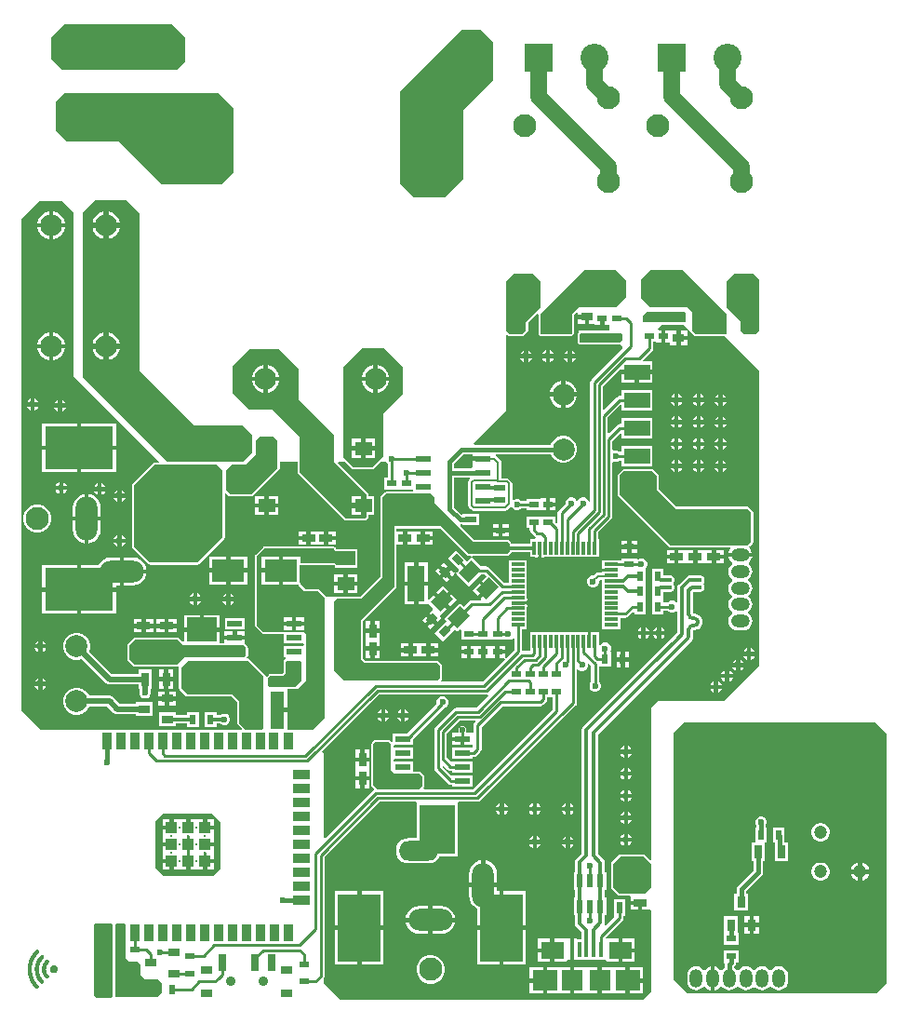
<source format=gtl>
G04*
G04 #@! TF.GenerationSoftware,Altium Limited,Altium Designer,22.1.2 (22)*
G04*
G04 Layer_Physical_Order=1*
G04 Layer_Color=255*
%FSLAX25Y25*%
%MOIN*%
G70*
G04*
G04 #@! TF.SameCoordinates,BB4BA718-9431-4743-B970-F4C87B48E952*
G04*
G04*
G04 #@! TF.FilePolarity,Positive*
G04*
G01*
G75*
%ADD14C,0.01000*%
%ADD93C,0.08268*%
%ADD108C,0.01470*%
%ADD109R,0.08268X0.06299*%
%ADD110R,0.07480X0.07480*%
%ADD111R,0.01575X0.05512*%
%ADD112R,0.09055X0.07480*%
%ADD113R,0.09213X0.05591*%
G04:AMPARAMS|DCode=114|XSize=62.99mil|YSize=49.21mil|CornerRadius=0mil|HoleSize=0mil|Usage=FLASHONLY|Rotation=225.000|XOffset=0mil|YOffset=0mil|HoleType=Round|Shape=Rectangle|*
%AMROTATEDRECTD114*
4,1,4,0.00487,0.03967,0.03967,0.00487,-0.00487,-0.03967,-0.03967,-0.00487,0.00487,0.03967,0.0*
%
%ADD114ROTATEDRECTD114*%

%ADD115R,0.17323X0.12992*%
%ADD116R,0.24410X0.15354*%
%ADD117R,0.12992X0.17323*%
%ADD118R,0.15354X0.24410*%
%ADD119R,0.04134X0.04134*%
%ADD120R,0.05906X0.03543*%
%ADD121R,0.03543X0.05906*%
%ADD122R,0.11811X0.07874*%
%ADD123R,0.02756X0.05118*%
%ADD124R,0.05118X0.02756*%
%ADD125R,0.02362X0.03543*%
G04:AMPARAMS|DCode=126|XSize=23.62mil|YSize=35.43mil|CornerRadius=0mil|HoleSize=0mil|Usage=FLASHONLY|Rotation=45.000|XOffset=0mil|YOffset=0mil|HoleType=Round|Shape=Rectangle|*
%AMROTATEDRECTD126*
4,1,4,0.00418,-0.02088,-0.02088,0.00418,-0.00418,0.02088,0.02088,-0.00418,0.00418,-0.02088,0.0*
%
%ADD126ROTATEDRECTD126*%

G04:AMPARAMS|DCode=127|XSize=23.62mil|YSize=35.43mil|CornerRadius=0mil|HoleSize=0mil|Usage=FLASHONLY|Rotation=315.000|XOffset=0mil|YOffset=0mil|HoleType=Round|Shape=Rectangle|*
%AMROTATEDRECTD127*
4,1,4,-0.02088,-0.00418,0.00418,0.02088,0.02088,0.00418,-0.00418,-0.02088,-0.02088,-0.00418,0.0*
%
%ADD127ROTATEDRECTD127*%

%ADD128R,0.03543X0.02362*%
%ADD129R,0.02362X0.04724*%
%ADD130R,0.04134X0.02165*%
%ADD131R,0.02165X0.04134*%
%ADD132R,0.05118X0.13386*%
%ADD133R,0.02756X0.05906*%
%ADD134R,0.03937X0.03150*%
%ADD135R,0.04331X0.03150*%
%ADD136R,0.03150X0.04331*%
%ADD137R,0.01181X0.04724*%
%ADD138R,0.04724X0.01181*%
%ADD139R,0.06299X0.04724*%
%ADD140R,0.06299X0.12992*%
%ADD141R,0.06102X0.04724*%
%ADD142R,0.05315X0.02362*%
%ADD143R,0.06299X0.06299*%
%ADD144R,0.03937X0.01968*%
%ADD145R,0.10799X0.08500*%
%ADD146C,0.01200*%
%ADD147C,0.00800*%
%ADD148C,0.01500*%
%ADD149C,0.02000*%
%ADD150C,0.06000*%
%ADD151O,0.06693X0.04756*%
%ADD152O,0.04756X0.06693*%
%ADD153C,0.07874*%
%ADD154C,0.10039*%
%ADD155R,0.10039X0.10039*%
%ADD156R,0.10039X0.10039*%
%ADD157O,0.07874X0.15748*%
%ADD158O,0.15748X0.07874*%
%ADD159O,0.07087X0.14173*%
%ADD160O,0.14173X0.07087*%
%ADD161C,0.01000*%
%ADD162C,0.04724*%
%ADD163C,0.03543*%
%ADD164C,0.06299*%
%ADD165C,0.02362*%
%ADD166C,0.01772*%
G36*
X61811Y346063D02*
Y337402D01*
X58661Y334252D01*
X17717D01*
X13780Y338189D01*
Y346063D01*
X18504Y350787D01*
X57087D01*
X61811Y346063D01*
D02*
G37*
G36*
X79134Y320472D02*
Y297638D01*
X74803Y293307D01*
X53543D01*
X38189Y308661D01*
X19291D01*
X15354Y312598D01*
Y322835D01*
X18504Y325984D01*
X73622D01*
X79134Y320472D01*
D02*
G37*
G36*
X167717Y348819D02*
X172047Y344488D01*
Y330709D01*
X161417Y320079D01*
Y295276D01*
X154724Y288583D01*
X143701D01*
X138583Y293701D01*
Y326378D01*
X157480Y345276D01*
X161024Y348819D01*
X167717Y348819D01*
D02*
G37*
G36*
X241102Y247244D02*
Y244488D01*
X240709Y244094D01*
X226142D01*
X225748Y244488D01*
Y246457D01*
X226929Y247638D01*
X240709D01*
X241102Y247244D01*
D02*
G37*
G36*
X267323Y259213D02*
X267323Y240945D01*
X266142Y239764D01*
X261968D01*
X260787Y240945D01*
Y244094D01*
X255669Y249213D01*
Y258661D01*
X258425Y261417D01*
X265118D01*
X267323Y259213D01*
D02*
G37*
G36*
X255669Y246850D02*
Y240158D01*
X255276Y239764D01*
X244646D01*
X243465Y240945D01*
Y247638D01*
X241890Y249213D01*
X228504D01*
X224961Y252756D01*
X224961Y259055D01*
X228504Y262598D01*
X239921D01*
X255669Y246850D01*
D02*
G37*
G36*
X219685Y259055D02*
X219685Y252756D01*
X216142Y249213D01*
X202756D01*
X200394Y246850D01*
Y240158D01*
X200000Y239764D01*
X189370D01*
X188976Y240158D01*
Y246850D01*
X204724Y262598D01*
X216142D01*
X219685Y259055D01*
D02*
G37*
G36*
X188976Y258661D02*
Y249213D01*
X183858Y244094D01*
Y240945D01*
X182677Y239764D01*
X177953D01*
X176772Y240945D01*
Y258661D01*
X179527Y261417D01*
X186221D01*
X188976Y258661D01*
D02*
G37*
G36*
X202543Y247284D02*
Y246616D01*
X205709D01*
Y245866D01*
X206459D01*
Y243291D01*
X208410D01*
Y243095D01*
X210431D01*
Y245276D01*
X211931D01*
Y243095D01*
X213628D01*
X213628Y241057D01*
X208509D01*
Y240871D01*
X203543D01*
X203490Y240861D01*
X202643D01*
Y240266D01*
X202490Y240037D01*
X202436Y239764D01*
Y237008D01*
X202490Y236735D01*
X202643Y236506D01*
Y235911D01*
X203490D01*
X203543Y235900D01*
X217323D01*
X217590Y235953D01*
X218322Y235221D01*
X218393Y234585D01*
X207277Y223468D01*
X206967Y223005D01*
X206858Y222459D01*
X206858Y222459D01*
Y179776D01*
X206358Y179677D01*
X206095Y180313D01*
X205510Y180898D01*
X204745Y181215D01*
X203917D01*
X203152Y180898D01*
X202566Y180313D01*
X202497Y180144D01*
X201955D01*
X201877Y180333D01*
X201291Y180918D01*
X200527Y181235D01*
X199699D01*
X198934Y180918D01*
X198348Y180333D01*
X198031Y179568D01*
Y179092D01*
X195644Y176704D01*
X195335Y176241D01*
X195226Y175695D01*
X195226Y175695D01*
Y172209D01*
X194764Y172018D01*
X194404Y172378D01*
Y174522D01*
X183942D01*
Y170359D01*
X185187D01*
Y169685D01*
X185187Y169685D01*
X185295Y169139D01*
X185605Y168676D01*
X186884Y167396D01*
X186884Y167396D01*
X187348Y167087D01*
X187525Y167051D01*
X187476Y166551D01*
X187189D01*
Y166451D01*
X185320D01*
Y164718D01*
X178636D01*
X178612Y164840D01*
X178457Y165072D01*
X177670Y165859D01*
X177438Y166014D01*
X177165Y166068D01*
X165256D01*
X160278Y171046D01*
X160485Y171546D01*
X161206D01*
Y171246D01*
X167140D01*
Y175211D01*
X161206D01*
Y175211D01*
X160706Y175137D01*
X158030Y177814D01*
Y188428D01*
X163581D01*
X163788Y187928D01*
X163544Y187685D01*
X163257Y187255D01*
X163156Y186748D01*
Y178474D01*
X163257Y177967D01*
X163544Y177537D01*
X164189Y176892D01*
X164619Y176605D01*
X165126Y176504D01*
X176432D01*
X176939Y176605D01*
X177369Y176892D01*
X178296Y177820D01*
X178886Y177702D01*
X178944Y177561D01*
X179530Y176976D01*
X180295Y176659D01*
X181123D01*
X181887Y176976D01*
X182225Y177313D01*
X183942D01*
Y176659D01*
X188961D01*
Y176559D01*
X190982D01*
Y178741D01*
Y180922D01*
X188961D01*
Y180822D01*
X183942D01*
Y180168D01*
X182224D01*
X181887Y180504D01*
X181123Y180821D01*
X180295D01*
X179530Y180504D01*
X179432Y180407D01*
X178932Y180614D01*
Y186215D01*
X178831Y186723D01*
X178544Y187153D01*
X177900Y187797D01*
X177470Y188084D01*
X176962Y188185D01*
X175112D01*
Y193701D01*
X175011Y194208D01*
X174724Y194638D01*
X173314Y196048D01*
X173022Y196243D01*
X173174Y196743D01*
X192687D01*
X192737Y196558D01*
X193374Y195455D01*
X194274Y194555D01*
X195377Y193918D01*
X196607Y193588D01*
X197881D01*
X199111Y193918D01*
X200214Y194555D01*
X201115Y195455D01*
X201751Y196558D01*
X202081Y197788D01*
Y199062D01*
X201751Y200292D01*
X201115Y201395D01*
X200214Y202296D01*
X199111Y202933D01*
X197881Y203262D01*
X196607D01*
X195377Y202933D01*
X194274Y202296D01*
X193374Y201395D01*
X192737Y200292D01*
X192687Y200108D01*
X165328D01*
X165136Y200570D01*
X176772Y212205D01*
Y239282D01*
X177234Y239474D01*
X177448Y239259D01*
X177680Y239104D01*
X177953Y239050D01*
X182677D01*
X182950Y239104D01*
X183182Y239259D01*
X184363Y240440D01*
X184518Y240672D01*
X184572Y240945D01*
Y243799D01*
X187785Y247012D01*
X188102Y246905D01*
X188263Y246782D01*
Y240158D01*
X188317Y239884D01*
X188472Y239653D01*
X188865Y239259D01*
X189097Y239104D01*
X189370Y239050D01*
X200000D01*
X200273Y239104D01*
X200505Y239259D01*
X200898Y239653D01*
X201053Y239884D01*
X201107Y240158D01*
Y246555D01*
X202043Y247491D01*
X202543Y247284D01*
D02*
G37*
G36*
X242805Y240672D02*
X242960Y240440D01*
X243746Y239654D01*
Y239651D01*
X243749D01*
X244141Y239259D01*
X244373Y239104D01*
X244646Y239050D01*
X255044D01*
X267323Y226772D01*
Y120784D01*
X254806Y108268D01*
X231102D01*
X228740Y105905D01*
X228740Y51663D01*
X228278Y51471D01*
X226489Y53261D01*
X226257Y53415D01*
X225984Y53470D01*
X217717D01*
X217443Y53415D01*
X217212Y53261D01*
X214456Y50505D01*
X214301Y50273D01*
X214247Y50000D01*
Y41732D01*
X214301Y41459D01*
X214456Y41228D01*
X216818Y38865D01*
X217050Y38711D01*
X217323Y38656D01*
X220850D01*
X221244Y38402D01*
X221244Y38156D01*
Y36774D01*
X224803D01*
Y36024D01*
X225553D01*
Y33646D01*
X228240D01*
X228740Y33351D01*
Y4331D01*
X225837Y1427D01*
X117470D01*
X111499Y7399D01*
Y9212D01*
X111555Y9296D01*
X111664Y9843D01*
X111664Y9843D01*
Y52516D01*
X131342Y72195D01*
X144365D01*
X144769Y71963D01*
X144769Y71695D01*
Y59206D01*
X141732D01*
X140572Y59053D01*
X139491Y58606D01*
X138563Y57893D01*
X137851Y56965D01*
X137403Y55884D01*
X137251Y54724D01*
X137403Y53565D01*
X137851Y52484D01*
X138563Y51555D01*
X139491Y50843D01*
X140572Y50396D01*
X141732Y50243D01*
X148819D01*
X149979Y50396D01*
X151060Y50843D01*
X151988Y51555D01*
X152700Y52484D01*
X152848Y52840D01*
X159561D01*
Y71695D01*
X159561Y71963D01*
X159966Y72195D01*
X166535D01*
X166535Y72195D01*
X167082Y72303D01*
X167545Y72613D01*
X201600Y106668D01*
X201600Y106668D01*
X201909Y107131D01*
X202018Y107677D01*
X202018Y107677D01*
Y119529D01*
X202518Y119736D01*
X202758Y119496D01*
X203523Y119179D01*
X204351D01*
X205116Y119496D01*
X205701Y120081D01*
X206018Y120846D01*
Y121571D01*
X206311Y121764D01*
X206480Y121816D01*
X207234Y121062D01*
Y115276D01*
X206897Y114939D01*
X206580Y114175D01*
Y113347D01*
X206897Y112582D01*
X207483Y111996D01*
X208247Y111679D01*
X209075D01*
X209840Y111996D01*
X210426Y112582D01*
X210742Y113347D01*
Y114175D01*
X210426Y114939D01*
X210089Y115276D01*
Y120071D01*
X210123Y120557D01*
X214285D01*
Y125900D01*
X214285Y125900D01*
X214285D01*
X214140Y126400D01*
X214286Y126751D01*
Y127579D01*
X213969Y128344D01*
X213384Y128930D01*
X212619Y129246D01*
X211791D01*
X211026Y128930D01*
X210455Y128359D01*
X210376Y128362D01*
X209955Y128479D01*
Y132987D01*
X208087D01*
Y133087D01*
X207246D01*
Y132987D01*
X206974D01*
Y129724D01*
X206018D01*
Y132987D01*
X205746D01*
Y133087D01*
X204906D01*
Y132987D01*
X185320D01*
Y126462D01*
X184916Y126231D01*
X182423D01*
Y134139D01*
X184168D01*
Y138076D01*
Y141913D01*
X184268D01*
Y142754D01*
X184168D01*
Y143026D01*
X180905D01*
Y143982D01*
X184168D01*
Y144254D01*
X184268D01*
Y145095D01*
X184168D01*
Y149887D01*
Y153824D01*
Y158774D01*
X177643D01*
Y155793D01*
Y150837D01*
X175985D01*
X170656Y156166D01*
X170193Y156475D01*
X169647Y156584D01*
X169647Y156584D01*
X167711D01*
X164485Y159810D01*
X164625Y160310D01*
X177165D01*
X177438Y160364D01*
X177670Y160519D01*
X178457Y161306D01*
X178612Y161538D01*
X178636Y161660D01*
X185320D01*
Y159927D01*
X187189D01*
Y159827D01*
X188030D01*
Y159926D01*
X188302D01*
Y162994D01*
X188341Y163189D01*
X189257D01*
Y159926D01*
X189530D01*
Y159827D01*
X190370D01*
Y159927D01*
X209955D01*
Y166451D01*
X209892D01*
Y168897D01*
X214395Y173400D01*
X214395Y173400D01*
X214705Y173863D01*
X214813Y174409D01*
X214813Y174409D01*
Y193819D01*
X215313Y194154D01*
X215728Y193982D01*
X216556D01*
X217321Y194299D01*
X217616Y194594D01*
X218116Y194424D01*
Y192446D01*
X229128D01*
Y199837D01*
X218116D01*
Y197569D01*
X217579D01*
X217321Y197827D01*
X216556Y198144D01*
X215728D01*
X215313Y197972D01*
X214813Y198307D01*
Y201420D01*
X217616Y204223D01*
X218116Y204016D01*
Y202447D01*
X229128D01*
Y209837D01*
X218116D01*
Y207569D01*
X217516D01*
X217516Y207569D01*
X216969Y207460D01*
X216506Y207151D01*
X216506Y207151D01*
X213575Y204220D01*
X213113Y204411D01*
Y209913D01*
X217616Y214416D01*
X218116Y214209D01*
Y212446D01*
X229128D01*
Y219837D01*
X218116D01*
Y217569D01*
X217323D01*
X217323Y217569D01*
X216777Y217460D01*
X216314Y217151D01*
X216314Y217151D01*
X211875Y212713D01*
X211413Y212904D01*
Y221013D01*
X217554Y227153D01*
X218016Y226962D01*
Y226892D01*
X223622D01*
X229228D01*
Y229937D01*
X225970D01*
X225763Y230437D01*
X228962Y233636D01*
X228962Y233636D01*
X229272Y234099D01*
X229380Y234646D01*
X229380Y234646D01*
Y236895D01*
X230299D01*
Y236795D01*
X232321D01*
Y238976D01*
Y241157D01*
X231378D01*
X231186Y241619D01*
X232481Y242913D01*
X240564D01*
X242805Y240672D01*
D02*
G37*
G36*
X218504Y239764D02*
Y237795D01*
X217323Y236614D01*
X203543D01*
X203150Y237008D01*
Y239764D01*
X203543Y240158D01*
X218110D01*
X218504Y239764D01*
D02*
G37*
G36*
X45276Y283071D02*
X45276Y226772D01*
X64961Y207087D01*
X82284Y207087D01*
X85827Y203543D01*
Y197244D01*
X82677Y194095D01*
X55512Y194095D01*
X29134Y220472D01*
X25197Y224410D01*
Y283465D01*
X29528Y287795D01*
X40551D01*
X45276Y283071D01*
D02*
G37*
G36*
X164582Y195861D02*
X168239D01*
Y194361D01*
X164582D01*
Y192930D01*
X164582D01*
Y192430D01*
Y192293D01*
X164192Y191793D01*
X158030D01*
Y193398D01*
X161375Y196743D01*
X164582D01*
Y195861D01*
D02*
G37*
G36*
X139764Y227953D02*
Y218504D01*
X132677Y211417D01*
Y196063D01*
X128740Y192126D01*
X122047D01*
X118504Y195669D01*
Y227953D01*
X125197Y234646D01*
X133071D01*
X139764Y227953D01*
D02*
G37*
G36*
X94882Y201575D02*
X94882Y191732D01*
X85433Y182283D01*
X77953Y182283D01*
X76378Y183858D01*
Y190945D01*
X78347Y192913D01*
X83465D01*
X87008Y196457D01*
Y201575D01*
X88583Y203150D01*
X93307D01*
X94882Y201575D01*
D02*
G37*
G36*
X102362Y227165D02*
Y216142D01*
X114961Y203543D01*
Y194095D01*
X126615Y182440D01*
Y181689D01*
X126591D01*
Y178327D01*
Y174965D01*
X126615D01*
Y174253D01*
X125984Y173622D01*
X119291D01*
X102756Y190157D01*
Y202756D01*
X92913Y212598D01*
X84646D01*
X78740Y218504D01*
Y228346D01*
X84646Y234252D01*
X95276D01*
X102362Y227165D01*
D02*
G37*
G36*
X151181Y181102D02*
Y179134D01*
X164961Y165354D01*
X177165D01*
X177953Y164567D01*
X177953Y161811D01*
X177165Y161024D01*
X163386D01*
X153543Y170866D01*
X136614D01*
X136614Y149213D01*
X124803Y137402D01*
Y123228D01*
X125984Y122047D01*
X151969D01*
X153150Y120866D01*
Y116535D01*
X152362Y115748D01*
X118504D01*
X114961Y119291D01*
Y143701D01*
X116142Y144882D01*
X124803D01*
X132283Y152362D01*
Y181102D01*
X133858Y182677D01*
X149606D01*
X151181Y181102D01*
D02*
G37*
G36*
X162881Y160519D02*
X163113Y160364D01*
X163386Y160310D01*
X164147D01*
X164287Y159810D01*
X163118Y158641D01*
X162675Y158503D01*
X158896Y162281D01*
X155953Y159338D01*
X159732Y155560D01*
X159594Y155117D01*
X158945Y154468D01*
X158808Y154330D01*
X158732Y154274D01*
X158680Y154236D01*
X158598Y154188D01*
X158208Y154227D01*
X158062Y154347D01*
X158026Y154384D01*
X156932Y155477D01*
X155920Y154465D01*
X157349Y153036D01*
X158075Y153762D01*
X158213Y153900D01*
X158289Y153956D01*
X158341Y153993D01*
X158422Y154042D01*
X158813Y154003D01*
X158958Y153883D01*
X158995Y153846D01*
X163412Y149429D01*
X167711Y153729D01*
X169055D01*
X169685Y153100D01*
X168107Y151522D01*
X170554Y149075D01*
X170024Y148545D01*
X170554Y148014D01*
X167620Y145080D01*
X167897Y144803D01*
X167706Y144341D01*
X164392D01*
X163846Y144232D01*
X163383Y143923D01*
X163383Y143923D01*
X161577Y142117D01*
X160210Y143484D01*
X154483Y137757D01*
X155292Y136949D01*
X155007Y136566D01*
X151229Y132788D01*
X154172Y129845D01*
X157950Y133623D01*
X158332Y133908D01*
X159236Y133004D01*
X160214Y133983D01*
X160714Y133775D01*
Y130203D01*
X176294D01*
X176294Y130203D01*
Y130203D01*
X176794Y130348D01*
X177145Y130202D01*
X177973D01*
X178738Y130519D01*
X179069Y130850D01*
X179569Y130643D01*
Y126469D01*
X176888Y123788D01*
X176394Y124001D01*
X176394Y124221D01*
Y125234D01*
X174372D01*
Y123803D01*
X175943D01*
X176195Y123803D01*
X176408Y123309D01*
X168306Y115207D01*
X153538D01*
X153331Y115707D01*
X153654Y116031D01*
X153809Y116262D01*
X153863Y116535D01*
Y120866D01*
X153809Y121139D01*
X153654Y121371D01*
X152473Y122552D01*
X152242Y122707D01*
X151969Y122761D01*
X126280D01*
X125517Y123524D01*
Y137106D01*
X137119Y148708D01*
X137274Y148940D01*
X137328Y149213D01*
X137328Y164354D01*
X139801D01*
Y166732D01*
Y169110D01*
X137328D01*
Y170152D01*
X153248D01*
X162881Y160519D01*
D02*
G37*
G36*
X75197Y190945D02*
Y166929D01*
X66142Y157874D01*
X49213D01*
X43307Y163779D01*
Y185433D01*
X50787Y192913D01*
X73228D01*
X75197Y190945D01*
D02*
G37*
G36*
X114710Y162979D02*
X114711D01*
X114714Y162979D01*
X114717Y162978D01*
X114778Y162966D01*
X115012Y162866D01*
X115012Y162866D01*
X115077Y162839D01*
X115081Y162833D01*
X115117Y162796D01*
X115118Y162795D01*
X115118Y162794D01*
X115138Y162747D01*
X115142Y162741D01*
Y162670D01*
X115155Y162601D01*
X115171Y162564D01*
X115196Y162438D01*
X115351Y162206D01*
X115582Y162052D01*
X115855Y161997D01*
X122627D01*
Y156900D01*
X115955D01*
Y156974D01*
X115901Y157247D01*
X115746Y157479D01*
X115515Y157633D01*
X115242Y157688D01*
X102969D01*
Y160055D01*
X96813D01*
Y155118D01*
Y150181D01*
X102346D01*
X102346Y150181D01*
X102354Y150168D01*
X102362Y150149D01*
X102362Y150149D01*
Y150000D01*
X102543Y149820D01*
X104515Y147847D01*
X104724Y147638D01*
X109379D01*
X109382Y147636D01*
X109495Y147589D01*
X109499Y147588D01*
D01*
X111722Y145365D01*
X111740Y145339D01*
X111771Y145311D01*
X111811Y145251D01*
Y102362D01*
X107480Y98032D01*
X98244D01*
Y104368D01*
X94685D01*
Y105868D01*
X98244D01*
Y112598D01*
X101969D01*
X105118Y115748D01*
Y132283D01*
X104345Y133057D01*
Y133105D01*
X97230D01*
Y133071D01*
X89834D01*
X89831Y133073D01*
X89718Y133120D01*
X89714Y133121D01*
D01*
X87451Y135383D01*
X87450Y135387D01*
X87404Y135500D01*
X87402Y135503D01*
X87402Y135503D01*
Y150000D01*
Y160166D01*
X87404Y160169D01*
X87450Y160282D01*
X87451Y160286D01*
D01*
X90108Y162942D01*
X90112Y162943D01*
X90224Y162990D01*
X90228Y162992D01*
X90228Y162992D01*
X114650D01*
X114710Y162979D01*
D02*
G37*
G36*
X17717Y287402D02*
X21654Y283465D01*
X21654Y224803D01*
X52330Y194127D01*
X52284Y193627D01*
X50787D01*
X50514Y193573D01*
X50283Y193418D01*
X42802Y185938D01*
X42648Y185706D01*
X42593Y185433D01*
Y163779D01*
X42648Y163506D01*
X42802Y163275D01*
X48708Y157369D01*
X48939Y157215D01*
X49213Y157160D01*
X66142D01*
X66415Y157215D01*
X66646Y157369D01*
X75701Y166425D01*
X75856Y166656D01*
X75911Y166929D01*
Y182663D01*
X76372Y182854D01*
X77448Y181779D01*
X77680Y181624D01*
X77953Y181570D01*
X85433Y181570D01*
X85706Y181624D01*
X85938Y181779D01*
X95386Y191228D01*
X95541Y191459D01*
X95596Y191732D01*
Y194095D01*
X102042D01*
Y190157D01*
X102096Y189884D01*
X102251Y189653D01*
X118787Y173117D01*
X119018Y172963D01*
X119291Y172908D01*
X125984D01*
X126257Y172963D01*
X126489Y173117D01*
X127120Y173748D01*
X127274Y173980D01*
X127329Y174253D01*
Y174965D01*
X127411Y175065D01*
X129542D01*
Y181589D01*
X127411D01*
X127329Y181689D01*
Y182440D01*
X127274Y182713D01*
X127120Y182945D01*
X116432Y193632D01*
X116623Y194095D01*
X119069D01*
X121543Y191621D01*
X121774Y191467D01*
X122047Y191412D01*
X128740D01*
X129013Y191467D01*
X129245Y191621D01*
X131718Y194095D01*
X133900D01*
X134063Y193703D01*
X134399Y193366D01*
Y188302D01*
X133155D01*
Y184140D01*
X138273D01*
Y184140D01*
X143422D01*
Y183391D01*
X133858D01*
X133585Y183337D01*
X133354Y183182D01*
X131779Y181607D01*
X131624Y181376D01*
X131570Y181102D01*
Y152658D01*
X124507Y145596D01*
X116142D01*
X115869Y145541D01*
X112948D01*
X112470Y145549D01*
X112364Y145708D01*
X112330Y145742D01*
X112299Y145785D01*
X112280Y145802D01*
X112255Y145835D01*
X112246Y145844D01*
X112226Y145870D01*
X110003Y148093D01*
X109945Y148132D01*
X109895Y148181D01*
X109830Y148208D01*
X109772Y148248D01*
X109768Y148248D01*
X109655Y148295D01*
X109652Y148297D01*
X109583Y148311D01*
X109518Y148338D01*
X109448Y148338D01*
X109379Y148352D01*
X105020D01*
X103054Y150317D01*
X103033Y150364D01*
X103022Y150422D01*
X103014Y150441D01*
X103005Y150454D01*
X103005Y150454D01*
X102975Y150499D01*
X102948Y150564D01*
X102939Y150577D01*
X102890Y150627D01*
X102868Y150659D01*
Y156974D01*
X115171D01*
X115230Y156962D01*
X115242Y156904D01*
Y156187D01*
X123341D01*
Y162711D01*
X115926D01*
X115864Y162723D01*
X115861Y162728D01*
X115855Y162741D01*
X115842Y162810D01*
X115842Y162880D01*
X115815Y162945D01*
X115801Y163014D01*
X115797Y163020D01*
X115778Y163067D01*
X115742Y163120D01*
X115735Y163138D01*
X115734Y163138D01*
X115715Y163186D01*
X115712Y163189D01*
X115711Y163193D01*
X115675Y163229D01*
X115674Y163229D01*
X115661Y163243D01*
X115627Y163296D01*
X115591Y163332D01*
X115591Y163332D01*
X115587Y163338D01*
X115529Y163378D01*
X115479Y163428D01*
X115415Y163456D01*
X115357Y163495D01*
X115292Y163523D01*
X115292Y163523D01*
X115292Y163523D01*
X115058Y163622D01*
X114992Y163636D01*
X114990Y163637D01*
X114987Y163639D01*
X114979Y163640D01*
X114918Y163666D01*
X114857Y163678D01*
X114796Y163691D01*
X114730Y163691D01*
X114722Y163693D01*
X114719Y163693D01*
X114716Y163693D01*
X114714Y163693D01*
X114714Y163693D01*
X114650Y163706D01*
X90228D01*
X90170Y163694D01*
X90110Y163696D01*
X90110Y163696D01*
X90100Y163692D01*
X90088D01*
X90023Y163665D01*
X89955Y163652D01*
X89951Y163649D01*
X89951Y163649D01*
X89839Y163603D01*
X89839Y163603D01*
X89835Y163602D01*
X89776Y163563D01*
X89711Y163536D01*
X89662Y163486D01*
X89603Y163447D01*
X86947Y160791D01*
X86908Y160732D01*
X86858Y160682D01*
X86831Y160617D01*
X86792Y160559D01*
X86791Y160555D01*
X86744Y160442D01*
X86742Y160439D01*
X86729Y160370D01*
X86702Y160305D01*
X86702Y160235D01*
X86688Y160166D01*
Y150000D01*
Y135503D01*
X86702Y135434D01*
X86702Y135364D01*
X86702Y135364D01*
Y135363D01*
X86702Y135363D01*
X86729Y135299D01*
X86742Y135230D01*
X86744Y135227D01*
X86744Y135227D01*
X86791Y135114D01*
X86791Y135114D01*
X86792Y135110D01*
X86831Y135052D01*
X86858Y134986D01*
X86908Y134937D01*
X86947Y134879D01*
X89209Y132616D01*
X89268Y132577D01*
X89318Y132527D01*
X89382Y132500D01*
X89441Y132461D01*
X89445Y132460D01*
X89558Y132414D01*
X89561Y132412D01*
X89630Y132398D01*
X89695Y132371D01*
X89765Y132371D01*
X89834Y132357D01*
X97230D01*
Y128943D01*
X104131D01*
X104356Y128524D01*
X104131Y128105D01*
X97230D01*
Y123942D01*
X97598D01*
X97657Y123777D01*
X97681Y123442D01*
X97527Y123339D01*
X97527Y123339D01*
X97292Y123105D01*
X97230D01*
Y123042D01*
X97133Y122946D01*
X96978Y122714D01*
X96924Y122441D01*
Y118406D01*
X96555Y118036D01*
X92126D01*
X92073Y118026D01*
X91620D01*
Y117826D01*
X90978Y117184D01*
X90605Y117287D01*
X90469Y117366D01*
X90423Y117596D01*
X90268Y117827D01*
X84757Y123339D01*
X84525Y123494D01*
X84252Y123548D01*
X84077D01*
X83886Y124010D01*
X84068Y124192D01*
X84222Y124424D01*
X84277Y124697D01*
Y127461D01*
X84222Y127734D01*
X84068Y127965D01*
X83185Y128848D01*
Y130274D01*
X79528D01*
X75870D01*
Y129159D01*
X74116D01*
Y133148D01*
X67716D01*
X61317D01*
Y129770D01*
X60817Y129562D01*
X59461Y130918D01*
X59230Y131073D01*
X58957Y131127D01*
X43799D01*
X43526Y131073D01*
X43295Y130918D01*
X41326Y128950D01*
X41171Y128718D01*
X41117Y128445D01*
X41117Y123327D01*
X41171Y123054D01*
X41326Y122822D01*
X43295Y120854D01*
X43526Y120699D01*
X43799Y120645D01*
X58760D01*
X59033Y120699D01*
X59061Y120718D01*
X59405Y120535D01*
X59522Y120425D01*
Y112992D01*
X59577Y112719D01*
X59732Y112487D01*
X62094Y110125D01*
X62325Y109970D01*
X62598Y109916D01*
X78444D01*
X80389Y107972D01*
Y100394D01*
X80443Y100121D01*
X80598Y99889D01*
X81993Y98493D01*
X81802Y98032D01*
X9924D01*
X3150Y104806D01*
Y281021D01*
X9530Y287402D01*
X17717Y287402D01*
D02*
G37*
G36*
X60925Y128445D02*
X82579D01*
X83563Y127461D01*
Y124697D01*
X82882Y124016D01*
X61417Y124016D01*
X58760Y121358D01*
X43799D01*
X41831Y123327D01*
X41831Y128445D01*
X43799Y130413D01*
X58957D01*
X60925Y128445D01*
D02*
G37*
G36*
X103543Y122441D02*
Y115748D01*
X101181Y113386D01*
X92126D01*
X91339Y114173D01*
Y116535D01*
X92126Y117323D01*
X96850D01*
X97638Y118110D01*
Y122441D01*
X98032Y122835D01*
Y122835D01*
X103150D01*
X103543Y122441D01*
D02*
G37*
G36*
X170490Y110388D02*
X165985Y105883D01*
X158787D01*
X158787Y105883D01*
X158240Y105775D01*
X157777Y105465D01*
X157777Y105465D01*
X151353Y99041D01*
X151043Y98578D01*
X150935Y98032D01*
X150935Y98031D01*
Y84252D01*
X150935Y84252D01*
X151043Y83706D01*
X151353Y83243D01*
X155684Y78912D01*
X155684Y78912D01*
X155731Y78880D01*
X155857Y78754D01*
X156320Y78445D01*
X156866Y78336D01*
X156866Y78336D01*
X157466D01*
Y77683D01*
X164581D01*
Y81845D01*
X157466D01*
Y81845D01*
X156966Y81667D01*
X153927Y84706D01*
X153959Y84945D01*
X154488Y85124D01*
X155857Y83754D01*
X155857Y83754D01*
X156320Y83445D01*
X156866Y83336D01*
X157466D01*
Y82683D01*
X164581D01*
Y86845D01*
X157466D01*
Y86845D01*
X156966Y86682D01*
X155490Y88159D01*
Y96736D01*
X160082Y101329D01*
X165586D01*
X165777Y100866D01*
X165526Y100616D01*
X165217Y100153D01*
X165108Y99606D01*
X165108Y99606D01*
Y97121D01*
X164681Y96945D01*
X164608Y96945D01*
X162451D01*
Y97913D01*
X162342Y98459D01*
X162033Y98922D01*
X161570Y99231D01*
X161024Y99340D01*
X160477Y99231D01*
X160014Y98922D01*
X159705Y98459D01*
X159596Y97913D01*
Y96945D01*
X157366D01*
Y95514D01*
X161024D01*
Y94764D01*
X161774D01*
Y92583D01*
X164608D01*
X164681Y92583D01*
X164747Y92555D01*
X164815Y91986D01*
X164608Y91836D01*
X164581Y91845D01*
Y91845D01*
X157466D01*
Y87683D01*
X164581D01*
Y88336D01*
X165181D01*
X165181Y88336D01*
X165727Y88445D01*
X166191Y88754D01*
X167545Y90109D01*
X167545Y90109D01*
X167854Y90572D01*
X167963Y91118D01*
X167963Y91118D01*
Y99015D01*
X175394Y106447D01*
X188976D01*
X188976Y106447D01*
X189523Y106555D01*
X189986Y106865D01*
X190970Y107849D01*
X190970Y107849D01*
X191279Y108312D01*
X191388Y108858D01*
X191388Y108858D01*
Y109730D01*
X192013D01*
Y109730D01*
X193258D01*
Y105358D01*
X164649Y76749D01*
X147310D01*
X147118Y77211D01*
X147355Y77448D01*
X147510Y77680D01*
X147564Y77953D01*
X147564Y81102D01*
X147510Y81375D01*
X147355Y81607D01*
X146174Y82788D01*
X146174Y82788D01*
X145942Y82943D01*
X145669Y82997D01*
X143321D01*
Y86845D01*
X136472D01*
X136292Y87345D01*
X136647Y87683D01*
X143321D01*
Y91845D01*
X136472Y91845D01*
X136291Y92345D01*
X136647Y92683D01*
X143321D01*
Y94826D01*
X154288Y105793D01*
X154351D01*
X155116Y106110D01*
X155701Y106695D01*
X156018Y107460D01*
Y108288D01*
X155701Y109053D01*
X155116Y109638D01*
X154351Y109955D01*
X153523D01*
X152758Y109638D01*
X152173Y109053D01*
X151856Y108288D01*
Y107460D01*
X151874Y107416D01*
X141303Y96845D01*
X136206D01*
Y93857D01*
X135706Y93650D01*
X135150Y94205D01*
X134919Y94360D01*
X134646Y94415D01*
X129921Y94415D01*
X129648Y94360D01*
X129417Y94205D01*
X128629Y93418D01*
X128474Y93186D01*
X128420Y92913D01*
X128420Y78347D01*
X128474Y78073D01*
X128629Y77842D01*
X129383Y77088D01*
X129319Y76553D01*
X129274Y76490D01*
X129037Y76331D01*
X129037Y76331D01*
X111961Y59255D01*
X111499Y59447D01*
Y89682D01*
X110873Y90308D01*
X131217Y110652D01*
X169602D01*
X169602Y110652D01*
X170148Y110761D01*
X170171Y110776D01*
X170490Y110388D01*
D02*
G37*
G36*
X89764Y117323D02*
Y98819D01*
X88976Y98032D01*
X83465D01*
X81102Y100394D01*
Y108268D01*
X78740Y110630D01*
X62598D01*
X60236Y112992D01*
Y120472D01*
X62598Y122835D01*
X84252D01*
X89764Y117323D01*
D02*
G37*
G36*
X134646Y93701D02*
X135433Y92913D01*
X135433Y83465D01*
X136614Y82284D01*
X145669D01*
X146850Y81102D01*
X146850Y77953D01*
X145669Y76772D01*
X130709Y76772D01*
X129134Y78347D01*
X129134Y92913D01*
X129921Y93701D01*
X134646Y93701D01*
D02*
G37*
G36*
X74410Y64961D02*
Y48425D01*
X71653Y45669D01*
X53937Y45669D01*
X51181Y48425D01*
X51181Y65354D01*
X53937Y68110D01*
X71260D01*
X74410Y64961D01*
D02*
G37*
G36*
X228740Y50000D02*
Y41732D01*
X226378Y39370D01*
X217323D01*
X214961Y41732D01*
Y50000D01*
X217717Y52756D01*
X225984D01*
X228740Y50000D01*
D02*
G37*
G36*
X14865Y13668D02*
X14884Y13662D01*
X14960Y13649D01*
X15020Y13640D01*
X15045Y13634D01*
X15099Y13618D01*
X15124Y13612D01*
X15168Y13593D01*
X15213Y13580D01*
X15270Y13555D01*
X15339Y13523D01*
X15352Y13517D01*
X15364Y13504D01*
X15459Y13453D01*
X15519Y13412D01*
X15529Y13403D01*
X15561Y13384D01*
X15573Y13371D01*
X15586Y13365D01*
X15630Y13321D01*
X15643Y13314D01*
X15741Y13216D01*
X15747Y13204D01*
X15779Y13172D01*
X15785Y13160D01*
X15798Y13153D01*
X15804Y13141D01*
X15835Y13096D01*
X15842Y13084D01*
X15861Y13065D01*
X15886Y13020D01*
X15930Y12951D01*
X15937Y12938D01*
X15987Y12831D01*
X16013Y12774D01*
X16019Y12749D01*
X16028Y12714D01*
X16038Y12704D01*
X16044Y12679D01*
X16050Y12635D01*
X16063Y12603D01*
X16069Y12578D01*
X16079Y12518D01*
X16092Y12448D01*
X16098Y12385D01*
X16101Y12173D01*
X16095Y12154D01*
X16088Y12091D01*
X16082Y12072D01*
X16076Y12009D01*
X16069Y11984D01*
X16063Y11946D01*
X16050Y11914D01*
X16041Y11873D01*
X16028Y11841D01*
X15997Y11753D01*
X15981Y11718D01*
X15975Y11699D01*
X15930Y11617D01*
X15880Y11528D01*
X15848Y11484D01*
X15820Y11449D01*
X15785Y11396D01*
X15766Y11377D01*
X15760Y11364D01*
X15636Y11241D01*
X15627Y11237D01*
X15620Y11225D01*
X15598Y11209D01*
X15564Y11181D01*
X15453Y11102D01*
X15409Y11076D01*
X15251Y11000D01*
X15200Y10975D01*
X15194D01*
X15153Y10966D01*
X15118Y10950D01*
X15067Y10937D01*
X15036Y10925D01*
X15010Y10918D01*
X14931Y10909D01*
X14868Y10896D01*
X14818Y10890D01*
X14618Y10887D01*
X14600Y10893D01*
X14511Y10899D01*
X14492Y10906D01*
X14448Y10912D01*
X14422Y10918D01*
X14366Y10925D01*
X14321Y10943D01*
X14280Y10953D01*
X14239Y10969D01*
X14179Y10991D01*
X14075Y11038D01*
X14056Y11045D01*
X14037Y11064D01*
X13948Y11114D01*
X13825Y11206D01*
X13815Y11215D01*
X13803Y11222D01*
X13793Y11231D01*
X13790Y11241D01*
X13778Y11247D01*
X13746Y11279D01*
X13733Y11285D01*
X13727Y11298D01*
X13714Y11304D01*
X13692Y11326D01*
X13686Y11339D01*
X13629Y11396D01*
X13623Y11408D01*
X13597Y11434D01*
X13591Y11446D01*
X13563Y11481D01*
X13509Y11573D01*
X13477Y11630D01*
X13408Y11775D01*
X13398Y11816D01*
X13386Y11848D01*
X13376Y11876D01*
X13363Y11927D01*
X13351Y11958D01*
X13338Y12047D01*
X13332Y12072D01*
X13326Y12116D01*
X13319Y12142D01*
X13313Y12338D01*
X13319Y12357D01*
X13326Y12464D01*
X13332Y12483D01*
X13341Y12543D01*
X13354Y12613D01*
X13367Y12644D01*
X13379Y12708D01*
X13392Y12739D01*
X13408Y12780D01*
X13433Y12837D01*
X13439Y12862D01*
X13465Y12900D01*
X13474Y12935D01*
X13484Y12945D01*
X13490Y12957D01*
X13528Y13020D01*
X13534Y13033D01*
X13547Y13046D01*
X13553Y13058D01*
X13616Y13147D01*
X13635Y13166D01*
X13642Y13179D01*
X13673Y13210D01*
X13680Y13223D01*
X13689Y13232D01*
X13702Y13239D01*
X13711Y13248D01*
X13717Y13261D01*
X13752Y13295D01*
X13762Y13299D01*
X13765Y13308D01*
X13778Y13314D01*
X13822Y13359D01*
X13835Y13365D01*
X13866Y13397D01*
X13898Y13416D01*
X13961Y13460D01*
X14049Y13510D01*
X14144Y13555D01*
X14201Y13580D01*
X14226Y13586D01*
X14290Y13612D01*
X14356Y13627D01*
X14397Y13643D01*
X14473Y13649D01*
X14492Y13656D01*
X14530Y13662D01*
X14549Y13668D01*
X14745Y13675D01*
X14865Y13668D01*
D02*
G37*
G36*
X12330Y15654D02*
X12412Y15647D01*
X12472Y15625D01*
X12504Y15619D01*
X12535Y15606D01*
X12570Y15590D01*
X12602Y15578D01*
X12614Y15565D01*
X12659Y15540D01*
X12671Y15527D01*
X12684Y15521D01*
X12741Y15477D01*
X12779Y15439D01*
X12791Y15432D01*
X12807Y15410D01*
X12832Y15385D01*
X12839Y15372D01*
X12858Y15353D01*
X12877Y15322D01*
X12908Y15265D01*
X12934Y15202D01*
X12953Y15157D01*
X12959Y15132D01*
X12971Y15120D01*
X12978Y15050D01*
X12984Y15031D01*
X12990Y14860D01*
X12984Y14841D01*
X12975Y14756D01*
X12968Y14731D01*
X12953Y14696D01*
X12943Y14648D01*
X12934Y14639D01*
X12921Y14607D01*
X12914Y14595D01*
X12883Y14538D01*
X12807Y14437D01*
X12763Y14392D01*
X12760Y14383D01*
X12747Y14377D01*
X12738Y14367D01*
X12731Y14355D01*
X12674Y14298D01*
X12668Y14285D01*
X12646Y14269D01*
X12630Y14247D01*
X12617Y14234D01*
X12611Y14222D01*
X12586Y14196D01*
X12580Y14184D01*
X12554Y14159D01*
X12548Y14146D01*
X12529Y14127D01*
X12523Y14114D01*
X12497Y14089D01*
X12478Y14057D01*
X12466Y14045D01*
X12459Y14032D01*
X12440Y14013D01*
X12421Y13982D01*
X12380Y13921D01*
X12361Y13883D01*
X12352Y13874D01*
X12346Y13861D01*
X12314Y13811D01*
X12295Y13779D01*
X12263Y13722D01*
X12213Y13627D01*
X12188Y13570D01*
X12181Y13558D01*
X12156Y13501D01*
X12150Y13488D01*
X12131Y13444D01*
X12105Y13387D01*
X12099Y13362D01*
X12074Y13305D01*
X12067Y13280D01*
X12051Y13239D01*
X12042Y13210D01*
X12036Y13185D01*
X12014Y13125D01*
X12001Y13061D01*
X11979Y12989D01*
X11972Y12938D01*
X11966Y12919D01*
X11953Y12875D01*
X11947Y12831D01*
X11938Y12771D01*
X11931Y12745D01*
X11925Y12714D01*
X11913Y12575D01*
X11906Y12512D01*
X11900Y12455D01*
X11897Y12129D01*
X11903Y12110D01*
X11913Y11980D01*
X11925Y11854D01*
X11931Y11822D01*
X11938Y11797D01*
X11944Y11765D01*
X11950Y11702D01*
X11957Y11671D01*
X11972Y11617D01*
X11979Y11573D01*
X11992Y11528D01*
X11998Y11497D01*
X12010Y11465D01*
X12017Y11427D01*
X12036Y11383D01*
X12048Y11326D01*
X12067Y11282D01*
X12077Y11247D01*
X12086Y11237D01*
X12099Y11193D01*
X12115Y11152D01*
X12131Y11117D01*
X12146Y11076D01*
X12194Y10972D01*
X12213Y10940D01*
X12225Y10909D01*
X12232Y10896D01*
X12270Y10833D01*
X12308Y10763D01*
X12333Y10719D01*
X12365Y10675D01*
X12390Y10631D01*
X12402Y10618D01*
X12428Y10574D01*
X12504Y10473D01*
X12516Y10460D01*
X12535Y10428D01*
X12548Y10416D01*
X12554Y10403D01*
X12580Y10378D01*
X12586Y10365D01*
X12611Y10340D01*
X12617Y10327D01*
X12649Y10295D01*
X12655Y10283D01*
X12674Y10270D01*
X12681Y10258D01*
X12731Y10207D01*
X12738Y10194D01*
X12826Y10106D01*
X12832Y10093D01*
X12858Y10068D01*
X12877Y10036D01*
X12946Y9891D01*
X12971Y9809D01*
X12978Y9783D01*
X12984Y9720D01*
X12990Y9581D01*
X12984Y9537D01*
X12975Y9464D01*
X12959Y9429D01*
X12946Y9379D01*
X12921Y9322D01*
X12883Y9252D01*
X12870Y9240D01*
X12845Y9195D01*
X12832Y9183D01*
X12817Y9154D01*
X12804Y9148D01*
X12788Y9126D01*
X12760Y9097D01*
X12747Y9091D01*
X12715Y9059D01*
X12703Y9053D01*
X12690Y9041D01*
X12677Y9034D01*
X12608Y8990D01*
X12595Y8984D01*
X12564Y8971D01*
X12507Y8946D01*
X12482Y8939D01*
X12437Y8920D01*
X12393Y8914D01*
X12254Y8901D01*
X12146Y8908D01*
X12127Y8914D01*
X12064Y8920D01*
X12020Y8939D01*
X11985Y8949D01*
X11897Y8993D01*
X11846Y9025D01*
X11808Y9050D01*
X11792Y9066D01*
X11780Y9072D01*
X11619Y9233D01*
X11612Y9246D01*
X11574Y9284D01*
X11568Y9297D01*
X11558Y9306D01*
X11549Y9309D01*
X11543Y9322D01*
X11498Y9366D01*
X11492Y9379D01*
X11467Y9404D01*
X11460Y9417D01*
X11435Y9442D01*
X11429Y9455D01*
X11416Y9467D01*
X11410Y9480D01*
X11378Y9511D01*
X11359Y9543D01*
X11340Y9562D01*
X11334Y9575D01*
X11315Y9594D01*
X11296Y9625D01*
X11283Y9638D01*
X11264Y9670D01*
X11252Y9682D01*
X11245Y9695D01*
X11233Y9708D01*
X11226Y9720D01*
X11163Y9809D01*
X11144Y9840D01*
X11119Y9878D01*
X11113Y9891D01*
X11072Y9951D01*
X11059Y9983D01*
X11050Y9992D01*
X11043Y10005D01*
X11011Y10055D01*
X10967Y10137D01*
X10929Y10207D01*
X10828Y10416D01*
X10812Y10457D01*
X10803Y10466D01*
X10784Y10517D01*
X10765Y10561D01*
X10759Y10586D01*
X10740Y10618D01*
X10721Y10668D01*
X10702Y10713D01*
X10695Y10744D01*
X10676Y10789D01*
X10667Y10823D01*
X10651Y10858D01*
X10639Y10909D01*
X10620Y10953D01*
X10607Y11010D01*
X10594Y11041D01*
X10585Y11083D01*
X10578Y11114D01*
X10556Y11168D01*
X10544Y11244D01*
X10531Y11276D01*
X10521Y11348D01*
X10515Y11386D01*
X10506Y11421D01*
X10499Y11446D01*
X10493Y11490D01*
X10487Y11516D01*
X10480Y11579D01*
X10474Y11598D01*
X10462Y11686D01*
X10452Y11791D01*
X10446Y11829D01*
X10439Y11879D01*
X10433Y11955D01*
X10427Y12139D01*
X10424Y12394D01*
X10430Y12414D01*
X10436Y12698D01*
X10449Y12730D01*
X10455Y12831D01*
X10462Y12850D01*
X10471Y12960D01*
X10477Y12992D01*
X10487Y13027D01*
X10493Y13090D01*
X10503Y13131D01*
X10515Y13182D01*
X10528Y13258D01*
X10544Y13311D01*
X10550Y13337D01*
X10560Y13384D01*
X10566Y13409D01*
X10582Y13463D01*
X10588Y13507D01*
X10607Y13552D01*
X10613Y13577D01*
X10623Y13618D01*
X10639Y13653D01*
X10651Y13710D01*
X10670Y13754D01*
X10676Y13779D01*
X10695Y13823D01*
X10718Y13883D01*
X10740Y13937D01*
X10746Y13962D01*
X10771Y14019D01*
X10790Y14064D01*
X10853Y14203D01*
X10961Y14411D01*
X11024Y14525D01*
X11037Y14538D01*
X11043Y14563D01*
X11062Y14582D01*
X11100Y14652D01*
X11125Y14690D01*
X11132Y14702D01*
X11188Y14784D01*
X11195Y14797D01*
X11208Y14810D01*
X11214Y14822D01*
X11245Y14867D01*
X11264Y14898D01*
X11283Y14917D01*
X11290Y14930D01*
X11309Y14949D01*
X11328Y14980D01*
X11340Y14993D01*
X11359Y15025D01*
X11384Y15050D01*
X11391Y15063D01*
X11419Y15097D01*
X11435Y15113D01*
X11441Y15126D01*
X11467Y15151D01*
X11473Y15164D01*
X11498Y15189D01*
X11505Y15202D01*
X11555Y15252D01*
X11562Y15265D01*
X11606Y15309D01*
X11612Y15322D01*
X11739Y15448D01*
X11742Y15458D01*
X11754Y15464D01*
X11786Y15496D01*
X11799Y15502D01*
X11818Y15521D01*
X11830Y15527D01*
X11843Y15540D01*
X11900Y15572D01*
X11950Y15597D01*
X11957D01*
X12014Y15622D01*
X12048Y15632D01*
X12102Y15647D01*
X12188Y15657D01*
X12311Y15660D01*
X12330Y15654D01*
D02*
G37*
G36*
X10578Y17462D02*
X10597Y17456D01*
X10673Y17437D01*
X10730Y17411D01*
X10756Y17405D01*
X10768Y17399D01*
X10825Y17367D01*
X10838Y17354D01*
X10882Y17329D01*
X10894Y17316D01*
X10907Y17310D01*
X10932Y17285D01*
X10945Y17279D01*
X10961Y17256D01*
X10980Y17244D01*
X10986Y17231D01*
X11011Y17206D01*
X11018Y17193D01*
X11037Y17174D01*
X11043Y17162D01*
X11056Y17149D01*
X11062Y17136D01*
X11106Y17067D01*
X11113Y17041D01*
X11132Y16997D01*
X11147Y16956D01*
X11157Y16928D01*
X11163Y16902D01*
X11173Y16842D01*
X11179Y16817D01*
X11182Y16662D01*
X11176Y16643D01*
X11170Y16599D01*
X11163Y16574D01*
X11154Y16526D01*
X11138Y16485D01*
X11132Y16460D01*
X11068Y16340D01*
X11037Y16295D01*
X11030Y16283D01*
X11018Y16276D01*
X11011Y16264D01*
X10999Y16251D01*
X10993Y16239D01*
X10910Y16156D01*
X10904Y16144D01*
X10885Y16131D01*
X10879Y16118D01*
X10815Y16055D01*
X10812Y16046D01*
X10800Y16039D01*
X10787Y16020D01*
X10774Y16014D01*
X10765Y16005D01*
X10759Y15992D01*
X10708Y15941D01*
X10702Y15929D01*
X10676Y15903D01*
X10670Y15891D01*
X10639Y15859D01*
X10632Y15846D01*
X10601Y15815D01*
X10594Y15802D01*
X10582Y15790D01*
X10575Y15777D01*
X10556Y15758D01*
X10550Y15745D01*
X10525Y15720D01*
X10518Y15708D01*
X10474Y15651D01*
X10462Y15638D01*
X10455Y15625D01*
X10436Y15606D01*
X10417Y15575D01*
X10405Y15562D01*
X10398Y15549D01*
X10367Y15505D01*
X10360Y15493D01*
X10341Y15473D01*
X10322Y15442D01*
X10310Y15429D01*
X10291Y15398D01*
X10237Y15319D01*
X10111Y15116D01*
X10088Y15069D01*
X10076Y15056D01*
X10025Y14961D01*
X10006Y14930D01*
X9956Y14835D01*
X9880Y14677D01*
X9823Y14557D01*
X9791Y14487D01*
X9766Y14430D01*
X9760Y14405D01*
X9734Y14348D01*
X9719Y14307D01*
X9703Y14272D01*
X9693Y14238D01*
X9678Y14203D01*
X9671Y14177D01*
X9646Y14120D01*
X9636Y14079D01*
X9614Y14026D01*
X9608Y13988D01*
X9583Y13931D01*
X9573Y13877D01*
X9561Y13846D01*
X9551Y13811D01*
X9542Y13770D01*
X9529Y13738D01*
X9523Y13713D01*
X9516Y13681D01*
X9507Y13646D01*
X9488Y13570D01*
X9478Y13523D01*
X9463Y13469D01*
X9456Y13406D01*
X9450Y13387D01*
X9437Y13343D01*
X9431Y13299D01*
X9421Y13245D01*
X9415Y13207D01*
X9406Y13172D01*
X9396Y13081D01*
X9390Y13030D01*
X9384Y13005D01*
X9377Y12967D01*
X9364Y12815D01*
X9352Y12701D01*
X9342Y12515D01*
X9339Y12341D01*
X9342Y12319D01*
X9336Y12300D01*
X9346Y11955D01*
X9352Y11873D01*
X9358Y11822D01*
X9364Y11740D01*
X9371Y11671D01*
X9377Y11607D01*
X9387Y11522D01*
X9399Y11472D01*
X9406Y11377D01*
X9412Y11358D01*
X9425Y11313D01*
X9434Y11234D01*
X9440Y11203D01*
X9456Y11149D01*
X9472Y11057D01*
X9478Y11026D01*
X9488Y10997D01*
X9497Y10943D01*
X9510Y10912D01*
X9516Y10887D01*
X9523Y10849D01*
X9529Y10823D01*
X9538Y10789D01*
X9551Y10744D01*
X9557Y10719D01*
X9570Y10688D01*
X9583Y10643D01*
X9592Y10602D01*
X9608Y10567D01*
X9617Y10526D01*
X9633Y10485D01*
X9646Y10441D01*
X9665Y10397D01*
X9687Y10337D01*
X9703Y10295D01*
X9709Y10270D01*
X9734Y10213D01*
X9750Y10172D01*
X9766Y10137D01*
X9775Y10103D01*
X9785Y10093D01*
X9807Y10033D01*
X9817Y10024D01*
X9832Y9983D01*
X9886Y9866D01*
X9962Y9720D01*
X9981Y9676D01*
X9987Y9663D01*
X10013Y9625D01*
X10057Y9543D01*
X10088Y9486D01*
X10133Y9417D01*
X10164Y9360D01*
X10177Y9347D01*
X10202Y9303D01*
X10243Y9243D01*
X10253Y9221D01*
X10262Y9205D01*
X10272Y9202D01*
X10297Y9157D01*
X10310Y9145D01*
X10329Y9113D01*
X10354Y9069D01*
X10373Y9050D01*
X10379Y9037D01*
X10392Y9025D01*
X10398Y9012D01*
X10411Y8999D01*
X10417Y8987D01*
X10430Y8974D01*
X10436Y8962D01*
X10455Y8942D01*
X10462Y8930D01*
X10506Y8873D01*
X10518Y8860D01*
X10537Y8829D01*
X10563Y8803D01*
X10569Y8791D01*
X10594Y8766D01*
X10601Y8753D01*
X10613Y8740D01*
X10620Y8727D01*
X10645Y8702D01*
X10651Y8690D01*
X10676Y8664D01*
X10683Y8652D01*
X10727Y8607D01*
X10733Y8595D01*
X10797Y8531D01*
X10803Y8519D01*
X10860Y8462D01*
X10866Y8449D01*
X10879Y8443D01*
X10885Y8430D01*
X10999Y8317D01*
X11005Y8304D01*
X11024Y8285D01*
X11030Y8272D01*
X11043Y8260D01*
X11050Y8247D01*
X11062Y8234D01*
X11087Y8190D01*
X11132Y8095D01*
X11144Y8064D01*
X11151Y8038D01*
X11157Y8019D01*
X11163Y7994D01*
X11173Y7940D01*
X11179Y7915D01*
X11188Y7830D01*
X11182Y7767D01*
X11176Y7722D01*
X11170Y7697D01*
X11157Y7621D01*
X11151Y7609D01*
X11138Y7577D01*
X11132Y7552D01*
X11081Y7457D01*
X11040Y7397D01*
X11018Y7362D01*
X11005Y7349D01*
X10999Y7337D01*
X10945Y7283D01*
X10932Y7277D01*
X10894Y7239D01*
X10882Y7232D01*
X10869Y7220D01*
X10844Y7213D01*
X10819Y7188D01*
X10749Y7156D01*
X10708Y7141D01*
X10673Y7125D01*
X10635Y7119D01*
X10616Y7112D01*
X10582Y7103D01*
X10556Y7096D01*
X10345Y7093D01*
X10326Y7100D01*
X10291Y7109D01*
X10266Y7115D01*
X10234Y7122D01*
X10164Y7147D01*
X10136Y7156D01*
X10123Y7163D01*
X10111Y7175D01*
X10069Y7191D01*
X10054Y7207D01*
X10022Y7226D01*
X10009Y7239D01*
X9978Y7258D01*
X9959Y7277D01*
X9946Y7283D01*
X9854Y7374D01*
X9848Y7387D01*
X9826Y7403D01*
X9810Y7425D01*
X9734Y7501D01*
X9728Y7514D01*
X9671Y7570D01*
X9665Y7583D01*
X9627Y7621D01*
X9621Y7634D01*
X9583Y7672D01*
X9576Y7684D01*
X9526Y7735D01*
X9519Y7748D01*
X9488Y7779D01*
X9482Y7792D01*
X9463Y7811D01*
X9456Y7823D01*
X9431Y7849D01*
X9425Y7861D01*
X9396Y7896D01*
X9380Y7912D01*
X9374Y7925D01*
X9346Y7959D01*
X9314Y7997D01*
X9292Y8032D01*
X9273Y8051D01*
X9267Y8064D01*
X9254Y8076D01*
X9248Y8089D01*
X9229Y8108D01*
X9210Y8140D01*
X9197Y8152D01*
X9191Y8165D01*
X9127Y8253D01*
X9121Y8266D01*
X9089Y8310D01*
X9083Y8323D01*
X9064Y8342D01*
X9058Y8354D01*
X9026Y8399D01*
X9020Y8411D01*
X8979Y8472D01*
X8947Y8522D01*
X8894Y8614D01*
X8849Y8683D01*
X8843Y8696D01*
X8830Y8709D01*
X8818Y8740D01*
X8805Y8753D01*
X8748Y8860D01*
X8685Y8974D01*
X8514Y9322D01*
X8457Y9442D01*
X8451Y9467D01*
X8400Y9581D01*
X8369Y9651D01*
X8362Y9682D01*
X8331Y9752D01*
X8312Y9796D01*
X8302Y9831D01*
X8280Y9884D01*
X8258Y9945D01*
X8242Y9998D01*
X8217Y10062D01*
X8211Y10099D01*
X8192Y10144D01*
X8182Y10185D01*
X8170Y10216D01*
X8160Y10245D01*
X8154Y10283D01*
X8141Y10315D01*
X8128Y10359D01*
X8122Y10384D01*
X8113Y10419D01*
X8097Y10473D01*
X8084Y10529D01*
X8078Y10548D01*
X8065Y10599D01*
X8049Y10672D01*
X8040Y10706D01*
X8034Y10732D01*
X8027Y10776D01*
X8021Y10795D01*
X8011Y10830D01*
X8005Y10868D01*
X7993Y10937D01*
X7983Y10972D01*
X7977Y11016D01*
X7970Y11041D01*
X7964Y11117D01*
X7952Y11149D01*
X7945Y11231D01*
X7939Y11257D01*
X7929Y11329D01*
X7923Y11361D01*
X7914Y11446D01*
X7904Y11551D01*
X7891Y11633D01*
X7885Y11715D01*
X7879Y11860D01*
X7872Y11980D01*
X7866Y12126D01*
X7863Y12477D01*
X7869Y12496D01*
X7879Y12701D01*
X7885Y12828D01*
X7891Y12935D01*
X7898Y12973D01*
X7910Y13074D01*
X7920Y13210D01*
X7926Y13229D01*
X7939Y13305D01*
X7945Y13368D01*
X7952Y13412D01*
X7964Y13457D01*
X7977Y13564D01*
X7983Y13589D01*
X7996Y13634D01*
X8005Y13694D01*
X8011Y13732D01*
X8027Y13785D01*
X8034Y13830D01*
X8046Y13880D01*
X8056Y13915D01*
X8062Y13940D01*
X8072Y14000D01*
X8084Y14032D01*
X8091Y14057D01*
X8106Y14130D01*
X8119Y14162D01*
X8125Y14187D01*
X8132Y14225D01*
X8147Y14260D01*
X8154Y14285D01*
X8160Y14323D01*
X8179Y14367D01*
X8185Y14392D01*
X8195Y14427D01*
X8271Y14642D01*
X8277Y14667D01*
X8290Y14699D01*
X8305Y14728D01*
Y14734D01*
X8312Y14772D01*
X8343Y14841D01*
X8375Y14923D01*
X8381Y14936D01*
X8400Y14980D01*
X8407Y15006D01*
X8457Y15120D01*
X8521Y15259D01*
X8584Y15391D01*
X8590Y15404D01*
X8603Y15417D01*
X8622Y15467D01*
X8634Y15480D01*
X8650Y15521D01*
X8679Y15568D01*
X8742Y15688D01*
X8780Y15758D01*
X8805Y15802D01*
X8837Y15859D01*
X8849Y15872D01*
X8868Y15903D01*
X8900Y15960D01*
X8925Y15998D01*
X8931Y16011D01*
X8973Y16071D01*
X8982Y16093D01*
X9001Y16112D01*
X9026Y16156D01*
X9070Y16226D01*
X9077Y16239D01*
X9096Y16258D01*
X9112Y16292D01*
X9121Y16295D01*
X9127Y16308D01*
X9203Y16409D01*
X9235Y16454D01*
X9295Y16533D01*
X9305Y16542D01*
X9323Y16574D01*
X9349Y16599D01*
X9355Y16612D01*
X9384Y16646D01*
X9393Y16656D01*
X9399Y16669D01*
X9428Y16703D01*
X9444Y16725D01*
X9469Y16751D01*
X9475Y16763D01*
X9500Y16789D01*
X9507Y16801D01*
X9519Y16814D01*
X9526Y16826D01*
X9583Y16883D01*
X9589Y16896D01*
X9633Y16940D01*
X9640Y16953D01*
X9652Y16966D01*
X9655Y16975D01*
X9668Y16981D01*
X9684Y16997D01*
X9690Y17010D01*
X9728Y17048D01*
X9734Y17061D01*
X9750Y17076D01*
X9760Y17079D01*
X9766Y17092D01*
X9829Y17155D01*
X9836Y17168D01*
X9946Y17279D01*
X9959Y17285D01*
X9990Y17316D01*
X10003Y17323D01*
X10016Y17335D01*
X10060Y17361D01*
X10073Y17373D01*
X10114Y17389D01*
X10130Y17405D01*
X10155Y17411D01*
X10199Y17430D01*
X10240Y17440D01*
X10272Y17446D01*
X10313Y17462D01*
X10357Y17468D01*
X10578Y17462D01*
D02*
G37*
G36*
X8732Y19276D02*
X8751Y19270D01*
X8827Y19257D01*
X8852Y19251D01*
X8897Y19232D01*
X8922Y19226D01*
X9004Y19182D01*
X9048Y19156D01*
X9067Y19137D01*
X9099Y19118D01*
X9137Y19081D01*
X9150Y19074D01*
X9184Y19039D01*
X9191Y19027D01*
X9216Y19001D01*
X9222Y18989D01*
X9241Y18970D01*
X9267Y18926D01*
X9336Y18780D01*
X9342Y18755D01*
X9349Y18717D01*
X9361Y18685D01*
X9368Y18660D01*
X9371Y18493D01*
X9364Y18423D01*
X9358Y18385D01*
X9346Y18353D01*
X9339Y18328D01*
X9333Y18290D01*
X9311Y18249D01*
X9298Y18217D01*
X9267Y18160D01*
X9254Y18148D01*
X9248Y18135D01*
X9172Y18034D01*
X9143Y18006D01*
X9134Y18002D01*
X9127Y17990D01*
X9033Y17895D01*
X9029Y17886D01*
X9017Y17879D01*
X9001Y17863D01*
X8995Y17851D01*
X8919Y17775D01*
X8912Y17762D01*
X8881Y17731D01*
X8874Y17718D01*
X8865Y17708D01*
X8856Y17705D01*
X8849Y17693D01*
X8824Y17667D01*
X8818Y17655D01*
X8808Y17645D01*
X8799Y17642D01*
X8792Y17629D01*
X8736Y17573D01*
X8729Y17560D01*
X8704Y17535D01*
X8698Y17522D01*
X8672Y17497D01*
X8666Y17484D01*
X8647Y17465D01*
X8641Y17452D01*
X8609Y17421D01*
X8603Y17408D01*
X8584Y17389D01*
X8577Y17377D01*
X8558Y17358D01*
X8552Y17345D01*
X8527Y17320D01*
X8508Y17288D01*
X8495Y17275D01*
X8489Y17263D01*
X8476Y17250D01*
X8470Y17237D01*
X8445Y17212D01*
X8438Y17199D01*
X8410Y17165D01*
X8400Y17155D01*
X8375Y17111D01*
X8362Y17098D01*
X8356Y17086D01*
X8331Y17061D01*
X8325Y17048D01*
X8312Y17035D01*
X8305Y17022D01*
X8274Y16978D01*
X8268Y16966D01*
X8255Y16953D01*
X8249Y16940D01*
X8185Y16852D01*
X8179Y16839D01*
X8160Y16820D01*
X8135Y16776D01*
X8091Y16706D01*
X8084Y16694D01*
X8059Y16656D01*
X8053Y16643D01*
X8040Y16631D01*
X8015Y16586D01*
X7970Y16517D01*
X7964Y16504D01*
X7939Y16466D01*
X7932Y16454D01*
X7907Y16416D01*
X7904Y16400D01*
X7901Y16397D01*
X7869Y16352D01*
X7812Y16245D01*
X7800Y16232D01*
X7784Y16191D01*
X7756Y16144D01*
X7680Y15998D01*
X7604Y15840D01*
X7597Y15828D01*
X7585Y15815D01*
X7578Y15790D01*
X7553Y15745D01*
X7537Y15704D01*
X7528Y15695D01*
X7506Y15635D01*
X7496Y15625D01*
X7474Y15565D01*
X7465Y15556D01*
X7455Y15521D01*
X7427Y15455D01*
X7401Y15398D01*
X7363Y15303D01*
X7338Y15246D01*
X7332Y15208D01*
X7307Y15170D01*
X7300Y15132D01*
X7288Y15120D01*
X7278Y15078D01*
X7259Y15028D01*
X7243Y14987D01*
X7234Y14952D01*
X7218Y14917D01*
X7209Y14876D01*
X7196Y14844D01*
X7186Y14810D01*
X7164Y14750D01*
X7155Y14715D01*
X7142Y14664D01*
X7123Y14620D01*
X7117Y14582D01*
X7098Y14538D01*
X7082Y14471D01*
X7073Y14437D01*
X7060Y14386D01*
X7054Y14348D01*
X7035Y14304D01*
X7025Y14244D01*
X7013Y14212D01*
X7006Y14174D01*
X7000Y14149D01*
X6994Y14111D01*
X6978Y14070D01*
X6968Y14004D01*
X6949Y13928D01*
X6937Y13852D01*
X6924Y13801D01*
X6911Y13725D01*
X6905Y13675D01*
X6899Y13649D01*
X6886Y13586D01*
X6880Y13523D01*
X6867Y13447D01*
X6861Y13422D01*
X6854Y13365D01*
X6848Y13295D01*
X6842Y13245D01*
X6832Y13185D01*
X6826Y13166D01*
X6817Y12998D01*
X6810Y12935D01*
X6804Y12859D01*
X6798Y12802D01*
X6791Y12638D01*
X6788Y11914D01*
X6795Y11895D01*
X6801Y11686D01*
X6807Y11667D01*
X6817Y11569D01*
X6823Y11481D01*
X6829Y11405D01*
X6842Y11329D01*
X6854Y11190D01*
X6867Y11121D01*
X6874Y11089D01*
X6880Y11038D01*
X6886Y10982D01*
X6893Y10943D01*
X6902Y10909D01*
X6908Y10883D01*
X6915Y10801D01*
X6921Y10782D01*
X6930Y10741D01*
X6937Y10703D01*
X6943Y10672D01*
X6956Y10602D01*
X6965Y10574D01*
X6972Y10548D01*
X6981Y10482D01*
X6997Y10428D01*
X7003Y10403D01*
X7009Y10352D01*
X7028Y10308D01*
X7038Y10248D01*
X7044Y10223D01*
X7060Y10188D01*
X7069Y10128D01*
X7082Y10096D01*
X7092Y10062D01*
X7101Y10014D01*
X7123Y9960D01*
X7133Y9913D01*
X7145Y9881D01*
X7155Y9847D01*
X7168Y9796D01*
X7180Y9783D01*
X7190Y9730D01*
X7205Y9695D01*
X7218Y9644D01*
X7237Y9600D01*
X7250Y9550D01*
X7275Y9493D01*
X7281Y9467D01*
X7307Y9410D01*
X7316Y9369D01*
X7332Y9341D01*
X7354Y9281D01*
X7370Y9240D01*
X7395Y9183D01*
X7411Y9142D01*
X7427Y9107D01*
X7436Y9072D01*
X7452Y9056D01*
X7462Y9021D01*
X7515Y8905D01*
X7541Y8848D01*
X7556Y8807D01*
X7578Y8766D01*
X7724Y8481D01*
X7781Y8373D01*
X7806Y8329D01*
X7869Y8215D01*
X7882Y8203D01*
X7888Y8178D01*
X7920Y8133D01*
X7952Y8076D01*
X7977Y8038D01*
X8008Y7982D01*
X8040Y7937D01*
X8065Y7893D01*
X8097Y7849D01*
X8103Y7836D01*
X8116Y7823D01*
X8141Y7779D01*
X8154Y7767D01*
X8173Y7735D01*
X8185Y7722D01*
X8211Y7678D01*
X8252Y7618D01*
X8268Y7596D01*
X8280Y7583D01*
X8299Y7552D01*
X8359Y7473D01*
X8381Y7438D01*
X8394Y7425D01*
X8413Y7394D01*
X8432Y7374D01*
X8438Y7362D01*
X8451Y7356D01*
X8470Y7324D01*
X8483Y7311D01*
X8501Y7280D01*
X8521Y7261D01*
X8539Y7229D01*
X8558Y7210D01*
X8565Y7198D01*
X8584Y7179D01*
X8590Y7166D01*
X8609Y7147D01*
X8615Y7134D01*
X8653Y7096D01*
X8660Y7084D01*
X8679Y7065D01*
X8685Y7052D01*
X8704Y7033D01*
X8710Y7021D01*
X8761Y6970D01*
X8767Y6957D01*
X8780Y6945D01*
X8786Y6932D01*
X8824Y6894D01*
X8830Y6881D01*
X8856Y6862D01*
X8862Y6850D01*
X8906Y6805D01*
X8912Y6793D01*
X9014Y6692D01*
X9020Y6679D01*
X9159Y6540D01*
X9165Y6527D01*
X9175Y6518D01*
X9188Y6511D01*
X9203Y6489D01*
X9216Y6477D01*
X9222Y6464D01*
X9235Y6452D01*
X9241Y6439D01*
X9254Y6426D01*
X9273Y6395D01*
X9311Y6312D01*
X9336Y6256D01*
X9342Y6230D01*
X9349Y6192D01*
X9361Y6161D01*
X9368Y6135D01*
X9374Y5977D01*
X9368Y5958D01*
X9361Y5864D01*
X9342Y5819D01*
X9333Y5772D01*
X9298Y5693D01*
X9267Y5636D01*
X9235Y5592D01*
X9229Y5579D01*
X9216Y5566D01*
X9210Y5554D01*
X9197Y5541D01*
X9191Y5528D01*
X9124Y5462D01*
X9112Y5456D01*
X9086Y5430D01*
X9074Y5424D01*
X9029Y5393D01*
X8947Y5348D01*
X8916Y5336D01*
X8833Y5304D01*
X8770Y5298D01*
X8751Y5291D01*
X8691Y5282D01*
X8574Y5279D01*
X8555Y5285D01*
X8505Y5298D01*
X8442Y5304D01*
X8385Y5329D01*
X8343Y5339D01*
X8334Y5348D01*
X8290Y5367D01*
X8277Y5373D01*
X8239Y5399D01*
X8226Y5405D01*
X8214Y5418D01*
X8182Y5437D01*
X8144Y5475D01*
X8132Y5481D01*
X8027Y5585D01*
X8024Y5595D01*
X8011Y5601D01*
X7996Y5617D01*
X7993Y5626D01*
X7980Y5633D01*
X7964Y5655D01*
X7850Y5769D01*
X7844Y5781D01*
X7787Y5838D01*
X7781Y5851D01*
X7768Y5857D01*
X7762Y5870D01*
X7737Y5895D01*
X7730Y5908D01*
X7680Y5958D01*
X7673Y5971D01*
X7642Y6003D01*
X7635Y6015D01*
X7604Y6047D01*
X7597Y6059D01*
X7559Y6097D01*
X7553Y6110D01*
X7522Y6142D01*
X7515Y6154D01*
X7496Y6173D01*
X7490Y6186D01*
X7465Y6211D01*
X7458Y6224D01*
X7433Y6249D01*
X7427Y6262D01*
X7398Y6297D01*
X7383Y6319D01*
X7370Y6331D01*
X7363Y6344D01*
X7319Y6401D01*
X7300Y6420D01*
X7294Y6432D01*
X7275Y6452D01*
X7269Y6464D01*
X7224Y6521D01*
X7196Y6556D01*
X7164Y6606D01*
X7148Y6622D01*
X7142Y6635D01*
X7130Y6647D01*
X7111Y6679D01*
X7098Y6692D01*
X7079Y6723D01*
X7066Y6736D01*
X7047Y6768D01*
X6940Y6919D01*
X6934Y6932D01*
X6908Y6970D01*
X6902Y6983D01*
X6889Y6995D01*
X6839Y7084D01*
X6820Y7103D01*
X6813Y7122D01*
X6795Y7141D01*
X6775Y7172D01*
X6750Y7216D01*
X6719Y7261D01*
X6712Y7273D01*
X6681Y7330D01*
X6668Y7343D01*
X6662Y7368D01*
X6649Y7381D01*
X6643Y7394D01*
X6611Y7444D01*
X6586Y7488D01*
X6554Y7545D01*
X6529Y7589D01*
X6472Y7697D01*
X6440Y7754D01*
X6428Y7767D01*
X6421Y7792D01*
X6402Y7823D01*
X6387Y7864D01*
X6371Y7880D01*
X6364Y7906D01*
X6333Y7956D01*
X6327Y7982D01*
X6314Y7994D01*
X6301Y8026D01*
X6219Y8196D01*
X6181Y8279D01*
X6175Y8291D01*
X6156Y8323D01*
X6146Y8358D01*
X6093Y8475D01*
X6083Y8509D01*
X6074Y8519D01*
X6061Y8551D01*
X6036Y8607D01*
X6020Y8648D01*
X6004Y8683D01*
X5982Y8743D01*
X5966Y8784D01*
X5941Y8848D01*
X5935Y8873D01*
X5909Y8930D01*
X5903Y8955D01*
X5884Y8999D01*
X5852Y9082D01*
X5846Y9120D01*
X5827Y9164D01*
X5815Y9208D01*
X5796Y9252D01*
X5789Y9278D01*
X5783Y9309D01*
X5764Y9353D01*
X5751Y9404D01*
X5732Y9448D01*
X5723Y9496D01*
X5707Y9524D01*
X5701Y9550D01*
X5691Y9603D01*
X5675Y9644D01*
X5666Y9685D01*
X5660Y9711D01*
X5647Y9742D01*
X5641Y9774D01*
X5634Y9799D01*
X5628Y9831D01*
X5615Y9862D01*
X5609Y9888D01*
X5596Y9957D01*
X5581Y9998D01*
X5571Y10058D01*
X5565Y10084D01*
X5549Y10137D01*
X5539Y10198D01*
X5530Y10232D01*
X5524Y10258D01*
X5517Y10302D01*
X5508Y10349D01*
X5492Y10390D01*
X5483Y10469D01*
X5473Y10523D01*
X5467Y10542D01*
X5460Y10586D01*
X5454Y10612D01*
X5448Y10681D01*
X5435Y10713D01*
X5423Y10820D01*
X5413Y10880D01*
X5407Y10906D01*
X5400Y10937D01*
X5394Y11013D01*
X5388Y11076D01*
X5381Y11114D01*
X5375Y11146D01*
X5369Y11203D01*
X5362Y11285D01*
X5356Y11361D01*
X5347Y11446D01*
X5340Y11509D01*
X5328Y11750D01*
X5318Y11879D01*
X5312Y11993D01*
X5309Y12534D01*
X5315Y12553D01*
X5321Y12774D01*
X5328Y12793D01*
X5334Y13008D01*
X5340Y13033D01*
X5350Y13156D01*
X5356Y13194D01*
X5362Y13270D01*
X5369Y13352D01*
X5375Y13428D01*
X5388Y13491D01*
X5397Y13577D01*
X5407Y13656D01*
X5416Y13691D01*
X5423Y13754D01*
X5429Y13779D01*
X5435Y13849D01*
X5448Y13880D01*
X5454Y13962D01*
X5460Y13988D01*
X5476Y14061D01*
X5483Y14092D01*
X5495Y14168D01*
X5502Y14193D01*
X5508Y14225D01*
X5514Y14250D01*
X5520Y14301D01*
X5527Y14326D01*
X5543Y14367D01*
X5552Y14440D01*
X5558Y14465D01*
X5574Y14506D01*
X5581Y14569D01*
X5599Y14614D01*
X5609Y14667D01*
X5615Y14699D01*
X5628Y14731D01*
X5634Y14756D01*
X5641Y14794D01*
X5663Y14867D01*
X5682Y14942D01*
X5694Y14974D01*
X5704Y15015D01*
X5710Y15041D01*
X5723Y15072D01*
X5729Y15097D01*
X5736Y15129D01*
X5751Y15145D01*
X5761Y15199D01*
X5767Y15224D01*
X5783Y15259D01*
X5796Y15309D01*
X5815Y15353D01*
X5824Y15394D01*
X5837Y15426D01*
X5852Y15467D01*
X5862Y15502D01*
X5878Y15537D01*
X5884Y15562D01*
X5903Y15606D01*
X5916Y15651D01*
X5935Y15695D01*
X5957Y15755D01*
X5973Y15796D01*
X5998Y15853D01*
X6007Y15888D01*
X6036Y15954D01*
X6061Y16011D01*
X6077Y16052D01*
X6093Y16087D01*
X6118Y16144D01*
X6134Y16185D01*
X6143Y16194D01*
X6165Y16254D01*
X6216Y16355D01*
X6229Y16387D01*
X6282Y16504D01*
X6289Y16517D01*
X6308Y16548D01*
X6314Y16574D01*
X6327Y16586D01*
X6453Y16833D01*
X6497Y16915D01*
X6516Y16947D01*
X6542Y16991D01*
X6573Y17048D01*
X6624Y17136D01*
X6655Y17193D01*
X6668Y17206D01*
X6693Y17250D01*
X6725Y17301D01*
X6744Y17332D01*
X6769Y17377D01*
X6795Y17414D01*
X6801Y17427D01*
X6832Y17471D01*
X6839Y17484D01*
X6924Y17614D01*
X6975Y17689D01*
X6990Y17712D01*
X7032Y17772D01*
X7054Y17807D01*
X7066Y17819D01*
X7073Y17832D01*
X7092Y17851D01*
X7111Y17882D01*
X7234Y18050D01*
X7243Y18059D01*
X7250Y18072D01*
X7278Y18107D01*
X7294Y18129D01*
X7307Y18142D01*
X7313Y18154D01*
X7332Y18173D01*
X7338Y18186D01*
X7351Y18199D01*
X7357Y18211D01*
X7370Y18224D01*
X7376Y18236D01*
X7401Y18262D01*
X7408Y18274D01*
X7420Y18287D01*
X7427Y18300D01*
X7439Y18312D01*
X7446Y18325D01*
X7465Y18344D01*
X7471Y18357D01*
X7490Y18375D01*
X7496Y18388D01*
X7534Y18426D01*
X7541Y18439D01*
X7559Y18458D01*
X7566Y18470D01*
X7597Y18502D01*
X7604Y18515D01*
X7648Y18559D01*
X7654Y18572D01*
X7673Y18590D01*
X7680Y18603D01*
X7730Y18654D01*
X7737Y18666D01*
X7774Y18704D01*
X7781Y18717D01*
X7819Y18755D01*
X7825Y18767D01*
X7835Y18777D01*
X7847Y18783D01*
X7857Y18793D01*
X7863Y18805D01*
X7939Y18881D01*
X7942Y18891D01*
X7955Y18897D01*
X7977Y18919D01*
X7983Y18932D01*
X8113Y19061D01*
X8122Y19065D01*
X8128Y19077D01*
X8157Y19106D01*
X8170Y19112D01*
X8195Y19137D01*
X8207Y19144D01*
X8226Y19163D01*
X8258Y19175D01*
X8290Y19194D01*
X8321Y19207D01*
X8334Y19213D01*
X8378Y19232D01*
X8419Y19248D01*
X8454Y19257D01*
X8479Y19264D01*
X8543Y19270D01*
X8562Y19276D01*
X8606Y19283D01*
X8732Y19276D01*
D02*
G37*
G36*
X312992Y96850D02*
Y7087D01*
X309449Y3543D01*
X241732D01*
X236614Y8661D01*
Y96850D01*
X240551Y100787D01*
X309055D01*
X312992Y96850D01*
D02*
G37*
G36*
X40551Y28346D02*
Y16142D01*
X41732Y14961D01*
X44882Y14961D01*
X45669Y14173D01*
Y10236D01*
X47244Y8661D01*
X51968D01*
X53543Y7087D01*
Y3937D01*
X51968Y2362D01*
X37008D01*
X36614Y2756D01*
Y28346D01*
X37008Y28740D01*
X40157D01*
X40551Y28346D01*
D02*
G37*
G36*
X35827D02*
Y2756D01*
X35039Y1969D01*
X29921D01*
X29134Y2756D01*
X29134Y28346D01*
X29528Y28740D01*
X35433D01*
X35827Y28346D01*
D02*
G37*
%LPC*%
G36*
X204959Y245116D02*
X202543D01*
Y243291D01*
X204959D01*
Y245116D01*
D02*
G37*
G36*
X200356Y233940D02*
Y232640D01*
X201656D01*
X201455Y233125D01*
X200842Y233739D01*
X200356Y233940D01*
D02*
G37*
G36*
X198856D02*
X198371Y233739D01*
X197757Y233125D01*
X197556Y232640D01*
X198856D01*
Y233940D01*
D02*
G37*
G36*
X192482D02*
Y232640D01*
X193782D01*
X193581Y233125D01*
X192968Y233739D01*
X192482Y233940D01*
D02*
G37*
G36*
X190982D02*
X190497Y233739D01*
X189883Y233125D01*
X189682Y232640D01*
X190982D01*
Y233940D01*
D02*
G37*
G36*
X184608D02*
Y232640D01*
X185908D01*
X185707Y233125D01*
X185094Y233739D01*
X184608Y233940D01*
D02*
G37*
G36*
X183108D02*
X182623Y233739D01*
X182009Y233125D01*
X181808Y232640D01*
X183108D01*
Y233940D01*
D02*
G37*
G36*
X201656Y231140D02*
X200356D01*
Y229840D01*
X200842Y230041D01*
X201455Y230654D01*
X201656Y231140D01*
D02*
G37*
G36*
X198856D02*
X197556D01*
X197757Y230654D01*
X198371Y230041D01*
X198856Y229840D01*
Y231140D01*
D02*
G37*
G36*
X193782D02*
X192482D01*
Y229840D01*
X192968Y230041D01*
X193581Y230654D01*
X193782Y231140D01*
D02*
G37*
G36*
X190982D02*
X189682D01*
X189883Y230654D01*
X190497Y230041D01*
X190982Y229840D01*
Y231140D01*
D02*
G37*
G36*
X185908D02*
X184608D01*
Y229840D01*
X185094Y230041D01*
X185707Y230654D01*
X185908Y231140D01*
D02*
G37*
G36*
X183108D02*
X181808D01*
X182009Y230654D01*
X182623Y230041D01*
X183108Y229840D01*
Y231140D01*
D02*
G37*
G36*
X197994Y223020D02*
Y218860D01*
X202154D01*
X201845Y220016D01*
X201195Y221142D01*
X200275Y222061D01*
X199150Y222711D01*
X197994Y223020D01*
D02*
G37*
G36*
X196494Y223020D02*
X195338Y222711D01*
X194213Y222061D01*
X193293Y221142D01*
X192643Y220016D01*
X192334Y218860D01*
X196494D01*
Y223020D01*
D02*
G37*
G36*
Y217360D02*
X192334D01*
X192643Y216205D01*
X193293Y215079D01*
X194213Y214160D01*
X195338Y213510D01*
X196494Y213200D01*
Y217360D01*
D02*
G37*
G36*
X202154D02*
X197994D01*
Y213200D01*
X199150Y213510D01*
X200275Y214160D01*
X201195Y215079D01*
X201845Y216205D01*
X202154Y217360D01*
D02*
G37*
G36*
X194504Y180922D02*
X192482D01*
Y179490D01*
X194504D01*
Y180922D01*
D02*
G37*
G36*
Y177990D02*
X192482D01*
Y176559D01*
X194504D01*
Y177990D01*
D02*
G37*
G36*
X177575Y171670D02*
X175553D01*
Y170239D01*
X177575D01*
Y171670D01*
D02*
G37*
G36*
X174053D02*
X172031D01*
Y170239D01*
X174053D01*
Y171670D01*
D02*
G37*
G36*
X177575Y168739D02*
X175553D01*
Y167307D01*
X177575D01*
Y168739D01*
D02*
G37*
G36*
X174053D02*
X172031D01*
Y167307D01*
X174053D01*
Y168739D01*
D02*
G37*
G36*
X241709Y240961D02*
X239293D01*
Y239136D01*
X241709D01*
Y240961D01*
D02*
G37*
G36*
Y237636D02*
X239293D01*
Y235811D01*
X241709D01*
Y237636D01*
D02*
G37*
G36*
X235842Y241157D02*
X233821D01*
Y238976D01*
Y236795D01*
X235378D01*
Y235811D01*
X237793D01*
Y238386D01*
Y240961D01*
X235842D01*
Y241157D01*
D02*
G37*
G36*
X229228Y225392D02*
X224372D01*
Y222346D01*
X229228D01*
Y225392D01*
D02*
G37*
G36*
X222872D02*
X218016D01*
Y222346D01*
X222872D01*
Y225392D01*
D02*
G37*
G36*
X254293Y218192D02*
Y216892D01*
X255593D01*
X255392Y217377D01*
X254779Y217991D01*
X254293Y218192D01*
D02*
G37*
G36*
X252793D02*
X252308Y217991D01*
X251694Y217377D01*
X251493Y216892D01*
X252793D01*
Y218192D01*
D02*
G37*
G36*
X246419D02*
Y216892D01*
X247719D01*
X247518Y217377D01*
X246905Y217991D01*
X246419Y218192D01*
D02*
G37*
G36*
X244919D02*
X244434Y217991D01*
X243820Y217377D01*
X243619Y216892D01*
X244919D01*
Y218192D01*
D02*
G37*
G36*
X238545D02*
Y216892D01*
X239845D01*
X239644Y217377D01*
X239031Y217991D01*
X238545Y218192D01*
D02*
G37*
G36*
X237045D02*
X236560Y217991D01*
X235946Y217377D01*
X235745Y216892D01*
X237045D01*
Y218192D01*
D02*
G37*
G36*
X255593Y215392D02*
X254293D01*
Y214092D01*
X254779Y214293D01*
X255392Y214906D01*
X255593Y215392D01*
D02*
G37*
G36*
X252793D02*
X251493D01*
X251694Y214906D01*
X252308Y214293D01*
X252793Y214092D01*
Y215392D01*
D02*
G37*
G36*
X247719D02*
X246419D01*
Y214092D01*
X246905Y214293D01*
X247518Y214906D01*
X247719Y215392D01*
D02*
G37*
G36*
X244919D02*
X243619D01*
X243820Y214906D01*
X244434Y214293D01*
X244919Y214092D01*
Y215392D01*
D02*
G37*
G36*
X239845D02*
X238545D01*
Y214092D01*
X239031Y214293D01*
X239644Y214906D01*
X239845Y215392D01*
D02*
G37*
G36*
X237045D02*
X235745D01*
X235946Y214906D01*
X236560Y214293D01*
X237045Y214092D01*
Y215392D01*
D02*
G37*
G36*
X254293Y210318D02*
Y209018D01*
X255593D01*
X255392Y209503D01*
X254779Y210117D01*
X254293Y210318D01*
D02*
G37*
G36*
X252793D02*
X252308Y210117D01*
X251694Y209503D01*
X251493Y209018D01*
X252793D01*
Y210318D01*
D02*
G37*
G36*
X246419D02*
Y209018D01*
X247719D01*
X247518Y209503D01*
X246905Y210117D01*
X246419Y210318D01*
D02*
G37*
G36*
X244919D02*
X244434Y210117D01*
X243820Y209503D01*
X243619Y209018D01*
X244919D01*
Y210318D01*
D02*
G37*
G36*
X238545D02*
Y209018D01*
X239845D01*
X239644Y209503D01*
X239031Y210117D01*
X238545Y210318D01*
D02*
G37*
G36*
X237045D02*
X236560Y210117D01*
X235946Y209503D01*
X235745Y209018D01*
X237045D01*
Y210318D01*
D02*
G37*
G36*
X255593Y207518D02*
X254293D01*
Y206218D01*
X254779Y206419D01*
X255392Y207032D01*
X255593Y207518D01*
D02*
G37*
G36*
X252793D02*
X251493D01*
X251694Y207032D01*
X252308Y206419D01*
X252793Y206218D01*
Y207518D01*
D02*
G37*
G36*
X247719D02*
X246419D01*
Y206218D01*
X246905Y206419D01*
X247518Y207032D01*
X247719Y207518D01*
D02*
G37*
G36*
X244919D02*
X243619D01*
X243820Y207032D01*
X244434Y206419D01*
X244919Y206218D01*
Y207518D01*
D02*
G37*
G36*
X239845D02*
X238545D01*
Y206218D01*
X239031Y206419D01*
X239644Y207032D01*
X239845Y207518D01*
D02*
G37*
G36*
X237045D02*
X235745D01*
X235946Y207032D01*
X236560Y206419D01*
X237045Y206218D01*
Y207518D01*
D02*
G37*
G36*
X254293Y202444D02*
Y201144D01*
X255593D01*
X255392Y201629D01*
X254779Y202243D01*
X254293Y202444D01*
D02*
G37*
G36*
X252793D02*
X252308Y202243D01*
X251694Y201629D01*
X251493Y201144D01*
X252793D01*
Y202444D01*
D02*
G37*
G36*
X246419D02*
Y201144D01*
X247719D01*
X247518Y201629D01*
X246905Y202243D01*
X246419Y202444D01*
D02*
G37*
G36*
X244919D02*
X244434Y202243D01*
X243820Y201629D01*
X243619Y201144D01*
X244919D01*
Y202444D01*
D02*
G37*
G36*
X238545D02*
Y201144D01*
X239845D01*
X239644Y201629D01*
X239031Y202243D01*
X238545Y202444D01*
D02*
G37*
G36*
X237045D02*
X236560Y202243D01*
X235946Y201629D01*
X235745Y201144D01*
X237045D01*
Y202444D01*
D02*
G37*
G36*
X255593Y199644D02*
X254293D01*
Y198344D01*
X254779Y198545D01*
X255392Y199158D01*
X255593Y199644D01*
D02*
G37*
G36*
X252793D02*
X251493D01*
X251694Y199158D01*
X252308Y198545D01*
X252793Y198344D01*
Y199644D01*
D02*
G37*
G36*
X247719D02*
X246419D01*
Y198344D01*
X246905Y198545D01*
X247518Y199158D01*
X247719Y199644D01*
D02*
G37*
G36*
X244919D02*
X243619D01*
X243820Y199158D01*
X244434Y198545D01*
X244919Y198344D01*
Y199644D01*
D02*
G37*
G36*
X239845D02*
X238545D01*
Y198344D01*
X239031Y198545D01*
X239644Y199158D01*
X239845Y199644D01*
D02*
G37*
G36*
X237045D02*
X235745D01*
X235946Y199158D01*
X236560Y198545D01*
X237045Y198344D01*
Y199644D01*
D02*
G37*
G36*
X254293Y194570D02*
Y193270D01*
X255593D01*
X255392Y193755D01*
X254779Y194369D01*
X254293Y194570D01*
D02*
G37*
G36*
X252793D02*
X252308Y194369D01*
X251694Y193755D01*
X251493Y193270D01*
X252793D01*
Y194570D01*
D02*
G37*
G36*
X246419D02*
Y193270D01*
X247719D01*
X247518Y193755D01*
X246905Y194369D01*
X246419Y194570D01*
D02*
G37*
G36*
X244919D02*
X244434Y194369D01*
X243820Y193755D01*
X243619Y193270D01*
X244919D01*
Y194570D01*
D02*
G37*
G36*
X238545D02*
Y193270D01*
X239845D01*
X239644Y193755D01*
X239031Y194369D01*
X238545Y194570D01*
D02*
G37*
G36*
X237045D02*
X236560Y194369D01*
X235946Y193755D01*
X235745Y193270D01*
X237045D01*
Y194570D01*
D02*
G37*
G36*
X255593Y191770D02*
X254293D01*
Y190470D01*
X254779Y190671D01*
X255392Y191284D01*
X255593Y191770D01*
D02*
G37*
G36*
X252793D02*
X251493D01*
X251694Y191284D01*
X252308Y190671D01*
X252793Y190470D01*
Y191770D01*
D02*
G37*
G36*
X247719D02*
X246419D01*
Y190470D01*
X246905Y190671D01*
X247518Y191284D01*
X247719Y191770D01*
D02*
G37*
G36*
X244919D02*
X243619D01*
X243820Y191284D01*
X244434Y190671D01*
X244919Y190470D01*
Y191770D01*
D02*
G37*
G36*
X239845D02*
X238545D01*
Y190470D01*
X239031Y190671D01*
X239644Y191284D01*
X239845Y191770D01*
D02*
G37*
G36*
X237045D02*
X235745D01*
X235946Y191284D01*
X236560Y190671D01*
X237045Y190470D01*
Y191770D01*
D02*
G37*
G36*
X223638Y165764D02*
X221616D01*
Y164333D01*
X223638D01*
Y165764D01*
D02*
G37*
G36*
X220116D02*
X218094D01*
Y164333D01*
X220116D01*
Y165764D01*
D02*
G37*
G36*
X223638Y162833D02*
X221616D01*
Y161402D01*
X223638D01*
Y162833D01*
D02*
G37*
G36*
X220116D02*
X218094D01*
Y161402D01*
X220116D01*
Y162833D01*
D02*
G37*
G36*
X229134Y191265D02*
X218898D01*
X218624Y191211D01*
X218393Y191056D01*
X216818Y189481D01*
X216664Y189250D01*
X216609Y188976D01*
Y182283D01*
X216664Y182010D01*
X216818Y181779D01*
X234928Y163669D01*
X235160Y163514D01*
X235433Y163460D01*
X257056Y163460D01*
X257191Y162960D01*
X256711Y162334D01*
X256370Y161512D01*
X256353Y161380D01*
X260630D01*
X264907D01*
X264889Y161512D01*
X264549Y162334D01*
X264008Y163039D01*
X263932Y163097D01*
X263897Y163581D01*
X263942Y163720D01*
X265072Y164850D01*
X265226Y165081D01*
X265281Y165354D01*
Y175984D01*
X265226Y176257D01*
X265072Y176489D01*
X263891Y177670D01*
X263659Y177825D01*
X263386Y177879D01*
X237697D01*
X231422Y184154D01*
Y188976D01*
X231368Y189250D01*
X231213Y189481D01*
X229639Y191056D01*
X229407Y191211D01*
X229134Y191265D01*
D02*
G37*
G36*
X254740Y162417D02*
X251931D01*
Y160789D01*
X254740D01*
Y162417D01*
D02*
G37*
G36*
X237045D02*
X234236D01*
Y160789D01*
X237045D01*
Y162417D01*
D02*
G37*
G36*
X225642Y159374D02*
X224814D01*
X224049Y159058D01*
X224038Y159046D01*
X223538Y159253D01*
Y159364D01*
X218195D01*
Y158711D01*
X217632D01*
Y158774D01*
X211108D01*
Y156905D01*
X211008D01*
Y156065D01*
X211108D01*
Y155793D01*
X214370D01*
Y154837D01*
X211108D01*
Y154565D01*
X211008D01*
Y154492D01*
X209834D01*
X209327Y154391D01*
X208897Y154104D01*
X208055Y153262D01*
X207460D01*
X206695Y152945D01*
X206110Y152360D01*
X205793Y151595D01*
Y150767D01*
X206110Y150002D01*
X206695Y149417D01*
X207460Y149100D01*
X208288D01*
X209053Y149417D01*
X209638Y150002D01*
X209955Y150767D01*
Y151413D01*
X210383Y151841D01*
X211108D01*
Y149887D01*
Y145950D01*
Y142013D01*
Y138076D01*
Y134139D01*
X217632D01*
Y138139D01*
X219563D01*
X219563Y138139D01*
X220109Y138248D01*
X220572Y138558D01*
X222222Y140207D01*
X222722Y140000D01*
Y139454D01*
X226884D01*
Y144798D01*
X226884D01*
Y144966D01*
X226884D01*
Y150309D01*
X226884D01*
Y150478D01*
X226884D01*
Y155821D01*
X226884Y155821D01*
X227049Y156253D01*
X227309Y156879D01*
Y157707D01*
X226992Y158472D01*
X226407Y159058D01*
X225642Y159374D01*
D02*
G37*
G36*
X254740Y159289D02*
X251931D01*
Y157661D01*
X254740D01*
Y159289D01*
D02*
G37*
G36*
X250431Y162417D02*
X245238D01*
Y160039D01*
Y157661D01*
X250431D01*
Y160039D01*
Y162417D01*
D02*
G37*
G36*
X243738D02*
X238545D01*
Y160039D01*
Y157661D01*
X243738D01*
Y160039D01*
Y162417D01*
D02*
G37*
G36*
X237045Y159289D02*
X234236D01*
Y157661D01*
X237045D01*
Y159289D01*
D02*
G37*
G36*
X233184Y155821D02*
X229022D01*
Y150478D01*
X229022D01*
Y150309D01*
X229022D01*
Y145298D01*
X229022Y144966D01*
X229022Y144466D01*
Y139454D01*
X233184D01*
Y140699D01*
X234705D01*
X235042Y140362D01*
X235806Y140045D01*
X236634D01*
X237399Y140362D01*
X237597Y140559D01*
X238097Y140352D01*
Y132974D01*
X236813Y131691D01*
X227561Y122439D01*
X204378Y99255D01*
X204016Y98714D01*
X203890Y98076D01*
Y53759D01*
X201872Y51741D01*
X201511Y51201D01*
X201384Y50563D01*
Y47160D01*
X200970D01*
Y40635D01*
X201384D01*
Y38105D01*
X200970D01*
Y31580D01*
X201384D01*
Y28740D01*
X201511Y28102D01*
X201872Y27562D01*
X203845Y25589D01*
Y23144D01*
X202181D01*
Y23244D01*
X201144D01*
Y19488D01*
Y15732D01*
X202181D01*
Y15832D01*
X212091D01*
X212317Y15832D01*
X212591Y15446D01*
Y14934D01*
X216975D01*
Y19083D01*
Y23233D01*
X212780D01*
X212591Y23233D01*
X212533Y23277D01*
X212481Y23848D01*
X218332Y29699D01*
X218332Y29699D01*
X218642Y30162D01*
X218750Y30709D01*
X218750Y30709D01*
Y31285D01*
X219305D01*
Y37219D01*
X215340D01*
Y31285D01*
X215340D01*
X215498Y30903D01*
X212256Y27660D01*
X211867Y27979D01*
X212071Y28285D01*
X212198Y28923D01*
Y31580D01*
X212613D01*
Y38105D01*
X212198D01*
Y40635D01*
X212613D01*
Y47160D01*
X212198D01*
Y50492D01*
X212071Y51130D01*
X211710Y51671D01*
X209693Y53688D01*
Y96363D01*
X242904Y129573D01*
X243412Y130082D01*
X243774Y130623D01*
X243900Y131261D01*
Y133759D01*
X244205D01*
X244314Y133781D01*
X244955Y133865D01*
X245653Y134154D01*
X246252Y134614D01*
X246712Y135214D01*
X247001Y135912D01*
X247100Y136661D01*
X247001Y137410D01*
X246712Y138108D01*
X246252Y138708D01*
X245653Y139168D01*
X244955Y139457D01*
X244314Y139541D01*
X244205Y139563D01*
X243900D01*
Y143662D01*
Y147260D01*
X244133Y147492D01*
X245360D01*
X245708Y147348D01*
X246418D01*
X247075Y147620D01*
X247577Y148122D01*
X247849Y148779D01*
Y149489D01*
X247577Y150145D01*
X247329Y150394D01*
X247577Y150642D01*
X247849Y151298D01*
Y152009D01*
X247577Y152665D01*
X247075Y153167D01*
X246418Y153439D01*
X245708D01*
X245360Y153296D01*
X242419D01*
X241781Y153169D01*
X241241Y152807D01*
X238585Y150152D01*
X238224Y149611D01*
X238097Y148973D01*
Y143900D01*
X237597Y143693D01*
X237399Y143890D01*
X236634Y144207D01*
X235806D01*
X235042Y143890D01*
X234705Y143553D01*
X233537D01*
X233184Y143907D01*
X233184Y144798D01*
X233184Y145298D01*
Y147492D01*
X234677D01*
X235024Y147348D01*
X235734D01*
X236391Y147620D01*
X236893Y148122D01*
X237165Y148779D01*
Y149489D01*
X236893Y150145D01*
X236645Y150394D01*
X236893Y150642D01*
X237165Y151298D01*
Y152009D01*
X236893Y152665D01*
X236391Y153167D01*
X235734Y153439D01*
X235024D01*
X234677Y153296D01*
X233184D01*
Y155821D01*
D02*
G37*
G36*
X264907Y159880D02*
X260630D01*
X256353D01*
X256370Y159748D01*
X256711Y158926D01*
X257252Y158221D01*
X257632Y157929D01*
Y157299D01*
X257324Y157062D01*
X256798Y156377D01*
X256468Y155580D01*
X256355Y154724D01*
X256468Y153869D01*
X256798Y153071D01*
X257324Y152387D01*
X257719Y152083D01*
Y151460D01*
X257324Y151157D01*
X256798Y150472D01*
X256468Y149675D01*
X256355Y148819D01*
X256468Y147963D01*
X256798Y147166D01*
X257324Y146481D01*
X257719Y146177D01*
Y145555D01*
X257324Y145251D01*
X256798Y144567D01*
X256468Y143769D01*
X256355Y142913D01*
X256468Y142058D01*
X256798Y141260D01*
X257324Y140576D01*
X257719Y140272D01*
Y139649D01*
X257324Y139346D01*
X256798Y138661D01*
X256468Y137864D01*
X256355Y137008D01*
X256468Y136152D01*
X256798Y135355D01*
X257324Y134670D01*
X258008Y134145D01*
X258806Y133814D01*
X259661Y133702D01*
X261598D01*
X262454Y133814D01*
X263251Y134145D01*
X263936Y134670D01*
X264462Y135355D01*
X264792Y136152D01*
X264905Y137008D01*
X264792Y137864D01*
X264462Y138661D01*
X263936Y139346D01*
X263541Y139649D01*
Y140272D01*
X263936Y140576D01*
X264462Y141260D01*
X264792Y142058D01*
X264905Y142913D01*
X264792Y143769D01*
X264462Y144567D01*
X263936Y145251D01*
X263541Y145555D01*
Y146177D01*
X263936Y146481D01*
X264462Y147166D01*
X264792Y147963D01*
X264905Y148819D01*
X264792Y149675D01*
X264462Y150472D01*
X263936Y151157D01*
X263541Y151460D01*
Y152083D01*
X263936Y152387D01*
X264462Y153071D01*
X264792Y153869D01*
X264905Y154724D01*
X264792Y155580D01*
X264462Y156377D01*
X263936Y157062D01*
X263628Y157299D01*
Y157929D01*
X264008Y158221D01*
X264549Y158926D01*
X264889Y159748D01*
X264907Y159880D01*
D02*
G37*
G36*
X232246Y134727D02*
Y133427D01*
X233546D01*
X233345Y133913D01*
X232732Y134526D01*
X232246Y134727D01*
D02*
G37*
G36*
X230746D02*
X230261Y134526D01*
X229647Y133913D01*
X229446Y133427D01*
X230746D01*
Y134727D01*
D02*
G37*
G36*
X226734D02*
Y133427D01*
X228034D01*
X227833Y133913D01*
X227220Y134526D01*
X226734Y134727D01*
D02*
G37*
G36*
X225234D02*
X224749Y134526D01*
X224135Y133913D01*
X223934Y133427D01*
X225234D01*
Y134727D01*
D02*
G37*
G36*
X233546Y131927D02*
X232246D01*
Y130627D01*
X232732Y130828D01*
X233345Y131442D01*
X233546Y131927D01*
D02*
G37*
G36*
X230746D02*
X229446D01*
X229647Y131442D01*
X230261Y130828D01*
X230746Y130627D01*
Y131927D01*
D02*
G37*
G36*
X228034D02*
X226734D01*
Y130627D01*
X227220Y130828D01*
X227833Y131442D01*
X228034Y131927D01*
D02*
G37*
G36*
X225234D02*
X223934D01*
X224135Y131442D01*
X224749Y130828D01*
X225234Y130627D01*
Y131927D01*
D02*
G37*
G36*
X264529Y127247D02*
Y125947D01*
X265830D01*
X265629Y126432D01*
X265015Y127046D01*
X264529Y127247D01*
D02*
G37*
G36*
X263030D02*
X262544Y127046D01*
X261930Y126432D01*
X261729Y125947D01*
X263030D01*
Y127247D01*
D02*
G37*
G36*
X220685Y126000D02*
X219254D01*
Y123978D01*
X220685D01*
Y126000D01*
D02*
G37*
G36*
X217754D02*
X216323D01*
Y123978D01*
X217754D01*
Y126000D01*
D02*
G37*
G36*
X265830Y124447D02*
X264529D01*
Y123147D01*
X265015Y123348D01*
X265629Y123961D01*
X265830Y124447D01*
D02*
G37*
G36*
X263030D02*
X261729D01*
X261930Y123961D01*
X262544Y123348D01*
X263030Y123147D01*
Y124447D01*
D02*
G37*
G36*
X260593Y123310D02*
Y122010D01*
X261893D01*
X261692Y122495D01*
X261078Y123109D01*
X260593Y123310D01*
D02*
G37*
G36*
X259092D02*
X258607Y123109D01*
X257994Y122495D01*
X257792Y122010D01*
X259092D01*
Y123310D01*
D02*
G37*
G36*
X220685Y122478D02*
X219254D01*
Y120457D01*
X220685D01*
Y122478D01*
D02*
G37*
G36*
X217754D02*
X216323D01*
Y120457D01*
X217754D01*
Y122478D01*
D02*
G37*
G36*
X261893Y120510D02*
X260593D01*
Y119210D01*
X261078Y119411D01*
X261692Y120024D01*
X261893Y120510D01*
D02*
G37*
G36*
X259092D02*
X257792D01*
X257994Y120024D01*
X258607Y119411D01*
X259092Y119210D01*
Y120510D01*
D02*
G37*
G36*
X256656Y119373D02*
Y118073D01*
X257956D01*
X257755Y118558D01*
X257141Y119172D01*
X256656Y119373D01*
D02*
G37*
G36*
X255155D02*
X254670Y119172D01*
X254057Y118558D01*
X253855Y118073D01*
X255155D01*
Y119373D01*
D02*
G37*
G36*
X257956Y116573D02*
X256656D01*
Y115273D01*
X257141Y115474D01*
X257755Y116087D01*
X257956Y116573D01*
D02*
G37*
G36*
X255155D02*
X253855D01*
X254057Y116087D01*
X254670Y115474D01*
X255155Y115273D01*
Y116573D01*
D02*
G37*
G36*
X252718Y115436D02*
Y114136D01*
X254019D01*
X253818Y114621D01*
X253204Y115235D01*
X252718Y115436D01*
D02*
G37*
G36*
X251219D02*
X250733Y115235D01*
X250119Y114621D01*
X249918Y114136D01*
X251219D01*
Y115436D01*
D02*
G37*
G36*
X254019Y112636D02*
X252718D01*
Y111336D01*
X253204Y111537D01*
X253818Y112150D01*
X254019Y112636D01*
D02*
G37*
G36*
X251219D02*
X249918D01*
X250119Y112150D01*
X250733Y111537D01*
X251219Y111336D01*
Y112636D01*
D02*
G37*
G36*
X220435Y92208D02*
Y90908D01*
X221735D01*
X221534Y91393D01*
X220920Y92006D01*
X220435Y92208D01*
D02*
G37*
G36*
X218935D02*
X218449Y92006D01*
X217836Y91393D01*
X217635Y90908D01*
X218935D01*
Y92208D01*
D02*
G37*
G36*
X221735Y89407D02*
X220435D01*
Y88107D01*
X220920Y88308D01*
X221534Y88922D01*
X221735Y89407D01*
D02*
G37*
G36*
X218935D02*
X217635D01*
X217836Y88922D01*
X218449Y88308D01*
X218935Y88107D01*
Y89407D01*
D02*
G37*
G36*
X220435Y84334D02*
Y83034D01*
X221735D01*
X221534Y83519D01*
X220920Y84132D01*
X220435Y84334D01*
D02*
G37*
G36*
X218935D02*
X218449Y84132D01*
X217836Y83519D01*
X217635Y83034D01*
X218935D01*
Y84334D01*
D02*
G37*
G36*
X221735Y81533D02*
X220435D01*
Y80233D01*
X220920Y80434D01*
X221534Y81048D01*
X221735Y81533D01*
D02*
G37*
G36*
X218935D02*
X217635D01*
X217836Y81048D01*
X218449Y80434D01*
X218935Y80233D01*
Y81533D01*
D02*
G37*
G36*
X220435Y76460D02*
Y75160D01*
X221735D01*
X221534Y75645D01*
X220920Y76258D01*
X220435Y76460D01*
D02*
G37*
G36*
X218935D02*
X218449Y76258D01*
X217836Y75645D01*
X217635Y75160D01*
X218935D01*
Y76460D01*
D02*
G37*
G36*
X221735Y73659D02*
X220435D01*
Y72359D01*
X220920Y72560D01*
X221534Y73174D01*
X221735Y73659D01*
D02*
G37*
G36*
X218935D02*
X217635D01*
X217836Y73174D01*
X218449Y72560D01*
X218935Y72359D01*
Y73659D01*
D02*
G37*
G36*
X199569Y71735D02*
Y70435D01*
X200869D01*
X200668Y70920D01*
X200054Y71534D01*
X199569Y71735D01*
D02*
G37*
G36*
X198069D02*
X197583Y71534D01*
X196970Y70920D01*
X196769Y70435D01*
X198069D01*
Y71735D01*
D02*
G37*
G36*
X187758D02*
Y70435D01*
X189058D01*
X188857Y70920D01*
X188243Y71534D01*
X187758Y71735D01*
D02*
G37*
G36*
X186258D02*
X185772Y71534D01*
X185159Y70920D01*
X184958Y70435D01*
X186258D01*
Y71735D01*
D02*
G37*
G36*
X175947D02*
Y70435D01*
X177247D01*
X177046Y70920D01*
X176432Y71534D01*
X175947Y71735D01*
D02*
G37*
G36*
X174447D02*
X173961Y71534D01*
X173348Y70920D01*
X173147Y70435D01*
X174447D01*
Y71735D01*
D02*
G37*
G36*
X200869Y68935D02*
X199569D01*
Y67635D01*
X200054Y67836D01*
X200668Y68449D01*
X200869Y68935D01*
D02*
G37*
G36*
X198069D02*
X196769D01*
X196970Y68449D01*
X197583Y67836D01*
X198069Y67635D01*
Y68935D01*
D02*
G37*
G36*
X189058D02*
X187758D01*
Y67635D01*
X188243Y67836D01*
X188857Y68449D01*
X189058Y68935D01*
D02*
G37*
G36*
X186258D02*
X184958D01*
X185159Y68449D01*
X185772Y67836D01*
X186258Y67635D01*
Y68935D01*
D02*
G37*
G36*
X177247D02*
X175947D01*
Y67635D01*
X176432Y67836D01*
X177046Y68449D01*
X177247Y68935D01*
D02*
G37*
G36*
X174447D02*
X173147D01*
X173348Y68449D01*
X173961Y67836D01*
X174447Y67635D01*
Y68935D01*
D02*
G37*
G36*
X220435Y68586D02*
Y67285D01*
X221735D01*
X221534Y67771D01*
X220920Y68384D01*
X220435Y68586D01*
D02*
G37*
G36*
X218935D02*
X218449Y68384D01*
X217836Y67771D01*
X217635Y67285D01*
X218935D01*
Y68586D01*
D02*
G37*
G36*
X221735Y65785D02*
X220435D01*
Y64485D01*
X220920Y64686D01*
X221534Y65300D01*
X221735Y65785D01*
D02*
G37*
G36*
X218935D02*
X217635D01*
X217836Y65300D01*
X218449Y64686D01*
X218935Y64485D01*
Y65785D01*
D02*
G37*
G36*
X220435Y60712D02*
Y59411D01*
X221735D01*
X221534Y59897D01*
X220920Y60510D01*
X220435Y60712D01*
D02*
G37*
G36*
X218935D02*
X218449Y60510D01*
X217836Y59897D01*
X217635Y59411D01*
X218935D01*
Y60712D01*
D02*
G37*
G36*
X199569Y59924D02*
Y58624D01*
X200869D01*
X200668Y59109D01*
X200054Y59723D01*
X199569Y59924D01*
D02*
G37*
G36*
X198069D02*
X197583Y59723D01*
X196970Y59109D01*
X196769Y58624D01*
X198069D01*
Y59924D01*
D02*
G37*
G36*
X187758D02*
Y58624D01*
X189058D01*
X188857Y59109D01*
X188243Y59723D01*
X187758Y59924D01*
D02*
G37*
G36*
X186258D02*
X185772Y59723D01*
X185159Y59109D01*
X184958Y58624D01*
X186258D01*
Y59924D01*
D02*
G37*
G36*
X221735Y57911D02*
X220435D01*
Y56611D01*
X220920Y56812D01*
X221534Y57426D01*
X221735Y57911D01*
D02*
G37*
G36*
X218935D02*
X217635D01*
X217836Y57426D01*
X218449Y56812D01*
X218935Y56611D01*
Y57911D01*
D02*
G37*
G36*
X200869Y57124D02*
X199569D01*
Y55824D01*
X200054Y56025D01*
X200668Y56638D01*
X200869Y57124D01*
D02*
G37*
G36*
X198069D02*
X196769D01*
X196970Y56638D01*
X197583Y56025D01*
X198069Y55824D01*
Y57124D01*
D02*
G37*
G36*
X189058D02*
X187758D01*
Y55824D01*
X188243Y56025D01*
X188857Y56638D01*
X189058Y57124D01*
D02*
G37*
G36*
X186258D02*
X184958D01*
X185159Y56638D01*
X185772Y56025D01*
X186258Y55824D01*
Y57124D01*
D02*
G37*
G36*
X169254Y51337D02*
Y43270D01*
X173484D01*
Y46457D01*
X173314Y47745D01*
X172816Y48946D01*
X172025Y49978D01*
X170994Y50769D01*
X169793Y51267D01*
X169254Y51337D01*
D02*
G37*
G36*
X167754D02*
X167215Y51267D01*
X166014Y50769D01*
X164983Y49978D01*
X164191Y48946D01*
X163694Y47745D01*
X163524Y46457D01*
Y43270D01*
X167754D01*
Y51337D01*
D02*
G37*
G36*
X224053Y35274D02*
X221244D01*
Y33646D01*
X224053D01*
Y35274D01*
D02*
G37*
G36*
X153543Y34901D02*
X150356D01*
Y30671D01*
X158424D01*
X158353Y31210D01*
X157856Y32411D01*
X157064Y33442D01*
X156033Y34234D01*
X154832Y34731D01*
X153543Y34901D01*
D02*
G37*
G36*
X148856D02*
X145669D01*
X144380Y34731D01*
X143180Y34234D01*
X142148Y33442D01*
X141357Y32411D01*
X140859Y31210D01*
X140788Y30671D01*
X148856D01*
Y34901D01*
D02*
G37*
G36*
X183677Y40370D02*
X175750D01*
Y27915D01*
X183677D01*
Y40370D01*
D02*
G37*
G36*
X173484Y41770D02*
X168504D01*
X163524D01*
Y38583D01*
X163694Y37294D01*
X164191Y36093D01*
X164983Y35062D01*
X166014Y34270D01*
X166323Y34142D01*
Y27915D01*
X174250D01*
Y40370D01*
X173484D01*
Y41770D01*
D02*
G37*
G36*
X132890Y40370D02*
X124963D01*
Y27915D01*
X132890D01*
Y40370D01*
D02*
G37*
G36*
X123463D02*
X115535D01*
Y27915D01*
X123463D01*
Y40370D01*
D02*
G37*
G36*
X158424Y29171D02*
X150356D01*
Y24942D01*
X153543D01*
X154832Y25111D01*
X156033Y25609D01*
X157064Y26400D01*
X157856Y27431D01*
X158353Y28632D01*
X158424Y29171D01*
D02*
G37*
G36*
X148856D02*
X140788D01*
X140859Y28632D01*
X141357Y27431D01*
X142148Y26400D01*
X143180Y25609D01*
X144380Y25111D01*
X145669Y24942D01*
X148856D01*
Y29171D01*
D02*
G37*
G36*
X192557Y23244D02*
X188173D01*
Y19845D01*
X192557D01*
Y23244D01*
D02*
G37*
G36*
X218475Y23233D02*
Y19833D01*
X222859D01*
Y23233D01*
X218475D01*
D02*
G37*
G36*
X198606Y23244D02*
X198106Y23244D01*
X194057D01*
Y19094D01*
Y14945D01*
X198441D01*
Y15301D01*
X198606Y15732D01*
X198941Y15732D01*
X199644D01*
Y19488D01*
Y23244D01*
X198941D01*
X198606Y23244D01*
D02*
G37*
G36*
X192557Y18345D02*
X188173D01*
Y14945D01*
X192557D01*
Y18345D01*
D02*
G37*
G36*
X222859Y18333D02*
X218475D01*
Y14934D01*
X222859D01*
Y18333D01*
D02*
G37*
G36*
X183677Y26415D02*
X175750D01*
Y13961D01*
X183677D01*
Y26415D01*
D02*
G37*
G36*
X174250D02*
X166323D01*
Y13961D01*
X174250D01*
Y26415D01*
D02*
G37*
G36*
X132890Y26415D02*
X124963D01*
Y13961D01*
X132890D01*
Y26415D01*
D02*
G37*
G36*
X123463D02*
X115535D01*
Y13961D01*
X123463D01*
Y26415D01*
D02*
G37*
G36*
X221026Y13008D02*
Y9018D01*
X225803D01*
Y13008D01*
X221026D01*
D02*
G37*
G36*
X189998D02*
X185221D01*
Y9018D01*
X189998D01*
Y13008D01*
D02*
G37*
G36*
X150269Y17239D02*
X148944D01*
X147663Y16895D01*
X146515Y16233D01*
X145578Y15296D01*
X144915Y14148D01*
X144572Y12867D01*
Y11542D01*
X144915Y10262D01*
X145578Y9114D01*
X146515Y8177D01*
X147663Y7514D01*
X148944Y7171D01*
X150269D01*
X151549Y7514D01*
X152697Y8177D01*
X153634Y9114D01*
X154297Y10262D01*
X154640Y11542D01*
Y12867D01*
X154297Y14148D01*
X153634Y15296D01*
X152697Y16233D01*
X151549Y16895D01*
X150269Y17239D01*
D02*
G37*
G36*
X225803Y7518D02*
X221026D01*
Y3528D01*
X225803D01*
Y7518D01*
D02*
G37*
G36*
X210986Y13008D02*
Y8268D01*
Y3528D01*
X219526D01*
Y8268D01*
Y13008D01*
X210986D01*
D02*
G37*
G36*
X189998Y7518D02*
X185221D01*
Y3528D01*
X189998D01*
Y7518D01*
D02*
G37*
G36*
X196276Y13008D02*
X191498D01*
Y8268D01*
Y3528D01*
X195653D01*
Y3528D01*
X199644D01*
Y8268D01*
Y13008D01*
X196276D01*
Y13008D01*
D02*
G37*
G36*
X205496Y13008D02*
X204996Y13008D01*
X201144D01*
Y8268D01*
Y3528D01*
X204996D01*
X205134Y3528D01*
X205634Y3528D01*
X209486D01*
Y8268D01*
Y13008D01*
X205634D01*
X205496Y13008D01*
D02*
G37*
%LPD*%
G36*
X230709Y188976D02*
Y183858D01*
X237402Y177165D01*
X263386D01*
X264567Y175984D01*
Y165354D01*
X263386Y164173D01*
X235433Y164173D01*
X217323Y182283D01*
Y188976D01*
X218898Y190551D01*
X229134D01*
X230709Y188976D01*
D02*
G37*
%LPC*%
G36*
X34465Y283583D02*
Y279740D01*
X38308D01*
X38065Y280646D01*
X37415Y281771D01*
X36496Y282691D01*
X35370Y283341D01*
X34465Y283583D01*
D02*
G37*
G36*
X32465D02*
X31559Y283341D01*
X30433Y282691D01*
X29514Y281771D01*
X28864Y280646D01*
X28621Y279740D01*
X32465D01*
Y283583D01*
D02*
G37*
G36*
X38308Y277740D02*
X34465D01*
Y273897D01*
X35370Y274140D01*
X36496Y274790D01*
X37415Y275709D01*
X38065Y276835D01*
X38308Y277740D01*
D02*
G37*
G36*
X32465D02*
X28621D01*
X28864Y276835D01*
X29514Y275709D01*
X30433Y274790D01*
X31559Y274140D01*
X32465Y273897D01*
Y277740D01*
D02*
G37*
G36*
X34465Y240276D02*
Y236433D01*
X38308D01*
X38065Y237339D01*
X37415Y238464D01*
X36496Y239384D01*
X35370Y240034D01*
X34465Y240276D01*
D02*
G37*
G36*
X32465D02*
X31559Y240034D01*
X30433Y239384D01*
X29514Y238464D01*
X28864Y237339D01*
X28621Y236433D01*
X32465D01*
Y240276D01*
D02*
G37*
G36*
X38308Y234433D02*
X34465D01*
Y230590D01*
X35370Y230833D01*
X36496Y231483D01*
X37415Y232402D01*
X38065Y233527D01*
X38308Y234433D01*
D02*
G37*
G36*
X32465D02*
X28621D01*
X28864Y233527D01*
X29514Y232402D01*
X30433Y231483D01*
X31559Y230833D01*
X32465Y230590D01*
Y234433D01*
D02*
G37*
G36*
X130671Y228532D02*
Y224372D01*
X134832D01*
X134522Y225528D01*
X133872Y226654D01*
X132953Y227573D01*
X131827Y228223D01*
X130671Y228532D01*
D02*
G37*
G36*
X129171D02*
X128016Y228223D01*
X126890Y227573D01*
X125971Y226654D01*
X125321Y225528D01*
X125011Y224372D01*
X129171D01*
Y228532D01*
D02*
G37*
G36*
X134832Y222872D02*
X130671D01*
Y218712D01*
X131827Y219022D01*
X132953Y219672D01*
X133872Y220591D01*
X134522Y221716D01*
X134832Y222872D01*
D02*
G37*
G36*
X129171D02*
X125011D01*
X125321Y221716D01*
X125971Y220591D01*
X126890Y219672D01*
X128016Y219022D01*
X129171Y218712D01*
Y222872D01*
D02*
G37*
G36*
X129642Y202201D02*
X126341D01*
Y199589D01*
X129642D01*
Y202201D01*
D02*
G37*
G36*
X124841D02*
X121539D01*
Y199589D01*
X124841D01*
Y202201D01*
D02*
G37*
G36*
X129642Y198089D02*
X126341D01*
Y195476D01*
X129642D01*
Y198089D01*
D02*
G37*
G36*
X124841D02*
X121539D01*
Y195476D01*
X124841D01*
Y198089D01*
D02*
G37*
G36*
X91301Y228532D02*
Y224372D01*
X95461D01*
X95152Y225528D01*
X94502Y226654D01*
X93583Y227573D01*
X92457Y228223D01*
X91301Y228532D01*
D02*
G37*
G36*
X89801D02*
X88646Y228223D01*
X87520Y227573D01*
X86601Y226654D01*
X85951Y225528D01*
X85641Y224372D01*
X89801D01*
Y228532D01*
D02*
G37*
G36*
X95461Y222872D02*
X91301D01*
Y218712D01*
X92457Y219022D01*
X93583Y219672D01*
X94502Y220591D01*
X95152Y221716D01*
X95461Y222872D01*
D02*
G37*
G36*
X89801D02*
X85641D01*
X85951Y221716D01*
X86601Y220591D01*
X87520Y219672D01*
X88646Y219022D01*
X89801Y218712D01*
Y222872D01*
D02*
G37*
G36*
X124591Y181689D02*
X121539D01*
Y179327D01*
X124591D01*
Y181689D01*
D02*
G37*
G36*
Y177327D02*
X121539D01*
Y174965D01*
X124591D01*
Y177327D01*
D02*
G37*
G36*
X150538Y169110D02*
X147729D01*
Y167482D01*
X150538D01*
Y169110D01*
D02*
G37*
G36*
Y165982D02*
X147729D01*
Y164354D01*
X150538D01*
Y165982D01*
D02*
G37*
G36*
X146229Y169110D02*
X141301D01*
Y166732D01*
Y164354D01*
X146229D01*
Y166732D01*
Y169110D01*
D02*
G37*
G36*
X154442Y157968D02*
X153430Y156956D01*
X154859Y155526D01*
X155871Y156538D01*
X154442Y157968D01*
D02*
G37*
G36*
X152369Y155895D02*
X151357Y154883D01*
X152787Y153454D01*
X153799Y154465D01*
X152369Y155895D01*
D02*
G37*
G36*
X148638Y157890D02*
X145238D01*
Y151144D01*
X148638D01*
Y157890D01*
D02*
G37*
G36*
X143738D02*
X140339D01*
Y151144D01*
X143738D01*
Y157890D01*
D02*
G37*
G36*
X154859Y153405D02*
X153847Y152393D01*
X155277Y150963D01*
X156289Y151975D01*
X154859Y153405D01*
D02*
G37*
G36*
X167046Y150461D02*
X164642Y148057D01*
X166559Y146141D01*
X168963Y148545D01*
X167046Y150461D01*
D02*
G37*
G36*
X154086Y149750D02*
X151682Y147346D01*
X153599Y145429D01*
X156002Y147833D01*
X154086Y149750D01*
D02*
G37*
G36*
X143738Y149644D02*
X140339D01*
Y142898D01*
X143738D01*
Y149644D01*
D02*
G37*
G36*
X157063Y146773D02*
X154659Y144369D01*
X156576Y142452D01*
X158980Y144856D01*
X157063Y146773D01*
D02*
G37*
G36*
X148638Y149644D02*
X145238D01*
Y142898D01*
X148638D01*
Y142898D01*
X149036Y143063D01*
X150470Y141629D01*
X150552Y141163D01*
X150391Y141001D01*
X149123Y139733D01*
X150665Y138191D01*
X152207Y136648D01*
X153637Y138078D01*
X153193Y138522D01*
X153111Y138988D01*
X153273Y139149D01*
X155515Y141391D01*
X153068Y143838D01*
X150621Y146285D01*
X149100Y144764D01*
X148638Y144955D01*
Y149644D01*
D02*
G37*
G36*
X148062Y138672D02*
X146633Y137243D01*
X147645Y136231D01*
X149074Y137660D01*
X148062Y138672D01*
D02*
G37*
G36*
X131315Y137024D02*
X129687D01*
Y134215D01*
X131315D01*
Y137024D01*
D02*
G37*
G36*
X128187D02*
X126559D01*
Y134215D01*
X128187D01*
Y137024D01*
D02*
G37*
G36*
X150135Y136600D02*
X148705Y135170D01*
X149717Y134158D01*
X151147Y135588D01*
X150135Y136600D01*
D02*
G37*
G36*
X131315Y132715D02*
X126559D01*
Y129905D01*
Y127915D01*
X131315D01*
Y129905D01*
Y132715D01*
D02*
G37*
G36*
X152378Y128953D02*
X149569D01*
Y127325D01*
X152378D01*
Y128953D01*
D02*
G37*
G36*
X141770D02*
X138961D01*
Y127325D01*
X141770D01*
Y128953D01*
D02*
G37*
G36*
X162636Y128165D02*
X160614D01*
Y126734D01*
X162636D01*
Y128165D01*
D02*
G37*
G36*
X176394D02*
X174372D01*
Y126734D01*
X176394D01*
Y128165D01*
D02*
G37*
G36*
X152378Y125825D02*
X149569D01*
Y124197D01*
X152378D01*
Y125825D01*
D02*
G37*
G36*
X148069Y128953D02*
X143270D01*
Y126575D01*
Y124197D01*
X148069D01*
Y126575D01*
Y128953D01*
D02*
G37*
G36*
X141770Y125825D02*
X138961D01*
Y124197D01*
X141770D01*
Y125825D01*
D02*
G37*
G36*
X162636Y125234D02*
X160614D01*
Y123803D01*
X162636D01*
Y125234D01*
D02*
G37*
G36*
X167754Y128165D02*
X164136D01*
Y125984D01*
Y123803D01*
X167754D01*
Y125984D01*
Y128165D01*
D02*
G37*
G36*
X172872D02*
X169254D01*
Y125984D01*
Y123803D01*
X172872D01*
Y125984D01*
Y128165D01*
D02*
G37*
G36*
X131315Y126415D02*
X129687D01*
Y123606D01*
X131315D01*
Y126415D01*
D02*
G37*
G36*
X128187D02*
X126559D01*
Y123606D01*
X128187D01*
Y126415D01*
D02*
G37*
G36*
X95313Y160055D02*
X89157D01*
Y155868D01*
X95313D01*
Y160055D01*
D02*
G37*
G36*
Y154368D02*
X89157D01*
Y150181D01*
X95313D01*
Y154368D01*
D02*
G37*
G36*
X104445Y138205D02*
X101537D01*
Y136774D01*
X104445D01*
Y138205D01*
D02*
G37*
G36*
X100037D02*
X97130D01*
Y136774D01*
X100037D01*
Y138205D01*
D02*
G37*
G36*
X104445Y135274D02*
X101537D01*
Y133843D01*
X104445D01*
Y135274D01*
D02*
G37*
G36*
X100037D02*
X97130D01*
Y133843D01*
X100037D01*
Y135274D01*
D02*
G37*
G36*
X14529Y283650D02*
Y279490D01*
X18690D01*
X18380Y280646D01*
X17730Y281771D01*
X16811Y282691D01*
X15685Y283341D01*
X14529Y283650D01*
D02*
G37*
G36*
X13029D02*
X11874Y283341D01*
X10748Y282691D01*
X9829Y281771D01*
X9179Y280646D01*
X8869Y279490D01*
X13029D01*
Y283650D01*
D02*
G37*
G36*
X18690Y277990D02*
X14529D01*
Y273830D01*
X15685Y274140D01*
X16811Y274790D01*
X17730Y275709D01*
X18380Y276835D01*
X18690Y277990D01*
D02*
G37*
G36*
X13029D02*
X8869D01*
X9179Y276835D01*
X9829Y275709D01*
X10748Y274790D01*
X11874Y274140D01*
X13029Y273830D01*
Y277990D01*
D02*
G37*
G36*
X14529Y240343D02*
Y236183D01*
X18690D01*
X18380Y237339D01*
X17730Y238464D01*
X16811Y239384D01*
X15685Y240034D01*
X14529Y240343D01*
D02*
G37*
G36*
X13029D02*
X11874Y240034D01*
X10748Y239384D01*
X9829Y238464D01*
X9179Y237339D01*
X8869Y236183D01*
X13029D01*
Y240343D01*
D02*
G37*
G36*
X18690Y234683D02*
X14529D01*
Y230523D01*
X15685Y230833D01*
X16811Y231483D01*
X17730Y232402D01*
X18380Y233527D01*
X18690Y234683D01*
D02*
G37*
G36*
X13029D02*
X8869D01*
X9179Y233527D01*
X9829Y232402D01*
X10748Y231483D01*
X11874Y230833D01*
X13029Y230523D01*
Y234683D01*
D02*
G37*
G36*
X7837Y216617D02*
Y215317D01*
X9137D01*
X8936Y215802D01*
X8322Y216416D01*
X7837Y216617D01*
D02*
G37*
G36*
X6337D02*
X5851Y216416D01*
X5238Y215802D01*
X5037Y215317D01*
X6337D01*
Y216617D01*
D02*
G37*
G36*
X17679Y216223D02*
Y214923D01*
X18979D01*
X18778Y215409D01*
X18165Y216022D01*
X17679Y216223D01*
D02*
G37*
G36*
X16179D02*
X15694Y216022D01*
X15080Y215409D01*
X14879Y214923D01*
X16179D01*
Y216223D01*
D02*
G37*
G36*
X9137Y213817D02*
X7837D01*
Y212517D01*
X8322Y212718D01*
X8936Y213331D01*
X9137Y213817D01*
D02*
G37*
G36*
X6337D02*
X5037D01*
X5238Y213331D01*
X5851Y212718D01*
X6337Y212517D01*
Y213817D01*
D02*
G37*
G36*
X18979Y213423D02*
X17679D01*
Y212123D01*
X18165Y212324D01*
X18778Y212938D01*
X18979Y213423D01*
D02*
G37*
G36*
X16179D02*
X14879D01*
X15080Y212938D01*
X15694Y212324D01*
X16179Y212123D01*
Y213423D01*
D02*
G37*
G36*
X36925Y207693D02*
X24471D01*
Y199766D01*
X36925D01*
Y207693D01*
D02*
G37*
G36*
X22971D02*
X10516D01*
Y199766D01*
X22971D01*
Y207693D01*
D02*
G37*
G36*
X36925Y198266D02*
X24471D01*
Y190339D01*
X36925D01*
Y198266D01*
D02*
G37*
G36*
X22971D02*
X10516D01*
Y190339D01*
X22971D01*
Y198266D01*
D02*
G37*
G36*
X18073Y186696D02*
Y185396D01*
X19373D01*
X19172Y185881D01*
X18558Y186495D01*
X18073Y186696D01*
D02*
G37*
G36*
X16573D02*
X16087Y186495D01*
X15474Y185881D01*
X15273Y185396D01*
X16573D01*
Y186696D01*
D02*
G37*
G36*
X31852Y186302D02*
Y185002D01*
X33152D01*
X32951Y185487D01*
X32338Y186101D01*
X31852Y186302D01*
D02*
G37*
G36*
X30352D02*
X29867Y186101D01*
X29253Y185487D01*
X29052Y185002D01*
X30352D01*
Y186302D01*
D02*
G37*
G36*
X38939Y183940D02*
Y182640D01*
X40239D01*
X40038Y183125D01*
X39424Y183739D01*
X38939Y183940D01*
D02*
G37*
G36*
X37439D02*
X36953Y183739D01*
X36340Y183125D01*
X36139Y182640D01*
X37439D01*
Y183940D01*
D02*
G37*
G36*
X19373Y183896D02*
X18073D01*
Y182596D01*
X18558Y182797D01*
X19172Y183410D01*
X19373Y183896D01*
D02*
G37*
G36*
X16573D02*
X15273D01*
X15474Y183410D01*
X16087Y182797D01*
X16573Y182596D01*
Y183896D01*
D02*
G37*
G36*
X33152Y183502D02*
X31852D01*
Y182202D01*
X32338Y182403D01*
X32951Y183017D01*
X33152Y183502D01*
D02*
G37*
G36*
X30352D02*
X29052D01*
X29253Y183017D01*
X29867Y182403D01*
X30352Y182202D01*
Y183502D01*
D02*
G37*
G36*
X40239Y181140D02*
X38939D01*
Y179840D01*
X39424Y180041D01*
X40038Y180654D01*
X40239Y181140D01*
D02*
G37*
G36*
X37439D02*
X36139D01*
X36340Y180654D01*
X36953Y180041D01*
X37439Y179840D01*
Y181140D01*
D02*
G37*
G36*
X94996Y181689D02*
X91695D01*
Y179077D01*
X94996D01*
Y181689D01*
D02*
G37*
G36*
X90195D02*
X86894D01*
Y179077D01*
X90195D01*
Y181689D01*
D02*
G37*
G36*
X94996Y177577D02*
X91695D01*
Y174965D01*
X94996D01*
Y177577D01*
D02*
G37*
G36*
X90195D02*
X86894D01*
Y174965D01*
X90195D01*
Y177577D01*
D02*
G37*
G36*
X27226Y182440D02*
Y174372D01*
X31456D01*
Y177559D01*
X31286Y178848D01*
X30789Y180049D01*
X29998Y181080D01*
X28966Y181871D01*
X27765Y182369D01*
X27226Y182440D01*
D02*
G37*
G36*
X25726D02*
X25188Y182369D01*
X23987Y181871D01*
X22955Y181080D01*
X22164Y180049D01*
X21666Y178848D01*
X21497Y177559D01*
Y174372D01*
X25726D01*
Y182440D01*
D02*
G37*
G36*
X9423Y178656D02*
X8097D01*
X6817Y178313D01*
X5669Y177650D01*
X4732Y176713D01*
X4069Y175565D01*
X3726Y174285D01*
Y172959D01*
X4069Y171679D01*
X4732Y170531D01*
X5669Y169594D01*
X6817Y168931D01*
X8097Y168588D01*
X9423D01*
X10703Y168931D01*
X11851Y169594D01*
X12788Y170531D01*
X13451Y171679D01*
X13794Y172959D01*
Y174285D01*
X13451Y175565D01*
X12788Y176713D01*
X11851Y177650D01*
X10703Y178313D01*
X9423Y178656D01*
D02*
G37*
G36*
X115764Y169110D02*
X112955D01*
Y167482D01*
X115764D01*
Y169110D01*
D02*
G37*
G36*
X105156D02*
X102347D01*
Y167482D01*
X105156D01*
Y169110D01*
D02*
G37*
G36*
X38939Y167798D02*
Y166498D01*
X40239D01*
X40038Y166983D01*
X39424Y167597D01*
X38939Y167798D01*
D02*
G37*
G36*
X37439D02*
X36953Y167597D01*
X36340Y166983D01*
X36139Y166498D01*
X37439D01*
Y167798D01*
D02*
G37*
G36*
X31456Y172872D02*
X27226D01*
Y164804D01*
X27765Y164875D01*
X28966Y165373D01*
X29998Y166164D01*
X30789Y167195D01*
X31286Y168396D01*
X31456Y169685D01*
Y172872D01*
D02*
G37*
G36*
X25726D02*
X21497D01*
Y169685D01*
X21666Y168396D01*
X22164Y167195D01*
X22955Y166164D01*
X23987Y165373D01*
X25188Y164875D01*
X25726Y164804D01*
Y172872D01*
D02*
G37*
G36*
X115764Y165982D02*
X112955D01*
Y164354D01*
X115764D01*
Y165982D01*
D02*
G37*
G36*
X111455Y169110D02*
X106656D01*
Y166732D01*
Y164354D01*
X111455D01*
Y166732D01*
Y169110D01*
D02*
G37*
G36*
X105156Y165982D02*
X102347D01*
Y164354D01*
X105156D01*
Y165982D01*
D02*
G37*
G36*
X40239Y164998D02*
X38939D01*
Y163698D01*
X39424Y163899D01*
X40038Y164513D01*
X40239Y164998D01*
D02*
G37*
G36*
X37439D02*
X36139D01*
X36340Y164513D01*
X36953Y163899D01*
X37439Y163698D01*
Y164998D01*
D02*
G37*
G36*
X84071Y160055D02*
X77915D01*
Y155868D01*
X84071D01*
Y160055D01*
D02*
G37*
G36*
X76415D02*
X70260D01*
Y155868D01*
X76415D01*
Y160055D01*
D02*
G37*
G36*
X43012Y159704D02*
X39825D01*
Y155474D01*
X47893D01*
X47822Y156013D01*
X47324Y157214D01*
X46533Y158246D01*
X45502Y159037D01*
X44301Y159534D01*
X43012Y159704D01*
D02*
G37*
G36*
X123441Y153756D02*
X120041D01*
Y151144D01*
X123441D01*
Y153756D01*
D02*
G37*
G36*
X118541D02*
X115142D01*
Y151144D01*
X118541D01*
Y153756D01*
D02*
G37*
G36*
X84071Y154368D02*
X77915D01*
Y150181D01*
X84071D01*
Y154368D01*
D02*
G37*
G36*
X76415D02*
X70260D01*
Y150181D01*
X76415D01*
Y154368D01*
D02*
G37*
G36*
X47893Y153974D02*
X39825D01*
Y149745D01*
X43012D01*
X44301Y149915D01*
X45502Y150412D01*
X46533Y151203D01*
X47324Y152235D01*
X47822Y153436D01*
X47893Y153974D01*
D02*
G37*
G36*
X38325Y159704D02*
X35138D01*
X33849Y159534D01*
X32648Y159037D01*
X31617Y158246D01*
X30825Y157214D01*
X30698Y156905D01*
X24471D01*
Y148978D01*
X36925D01*
Y149745D01*
X38325D01*
Y154724D01*
Y159704D01*
D02*
G37*
G36*
X22971Y156905D02*
X10516D01*
Y148978D01*
X22971D01*
Y156905D01*
D02*
G37*
G36*
X123441Y149644D02*
X120041D01*
Y147031D01*
X123441D01*
Y149644D01*
D02*
G37*
G36*
X118541D02*
X115142D01*
Y147031D01*
X118541D01*
Y149644D01*
D02*
G37*
G36*
X77915Y146932D02*
Y145632D01*
X79216D01*
X79014Y146117D01*
X78401Y146731D01*
X77915Y146932D01*
D02*
G37*
G36*
X76415D02*
X75930Y146731D01*
X75316Y146117D01*
X75115Y145632D01*
X76415D01*
Y146932D01*
D02*
G37*
G36*
X66104D02*
Y145632D01*
X67405D01*
X67203Y146117D01*
X66590Y146731D01*
X66104Y146932D01*
D02*
G37*
G36*
X64604D02*
X64119Y146731D01*
X63505Y146117D01*
X63304Y145632D01*
X64604D01*
Y146932D01*
D02*
G37*
G36*
X79216Y144132D02*
X77915D01*
Y142832D01*
X78401Y143033D01*
X79014Y143646D01*
X79216Y144132D01*
D02*
G37*
G36*
X76415D02*
X75115D01*
X75316Y143646D01*
X75930Y143033D01*
X76415Y142832D01*
Y144132D01*
D02*
G37*
G36*
X67405D02*
X66104D01*
Y142832D01*
X66590Y143033D01*
X67203Y143646D01*
X67405Y144132D01*
D02*
G37*
G36*
X64604D02*
X63304D01*
X63505Y143646D01*
X64119Y143033D01*
X64604Y142832D01*
Y144132D01*
D02*
G37*
G36*
X36925Y147478D02*
X24471D01*
Y139551D01*
X36925D01*
Y147478D01*
D02*
G37*
G36*
X22971D02*
X10516D01*
Y139551D01*
X22971D01*
Y147478D01*
D02*
G37*
G36*
X58677Y137614D02*
X55868D01*
Y135986D01*
X58677D01*
Y137614D01*
D02*
G37*
G36*
X50409D02*
X47600D01*
Y135986D01*
X50409D01*
Y137614D01*
D02*
G37*
G36*
X54368D02*
X51559D01*
Y135986D01*
X54368D01*
Y137614D01*
D02*
G37*
G36*
X46100D02*
X43291D01*
Y135986D01*
X46100D01*
Y137614D01*
D02*
G37*
G36*
X74116Y139148D02*
X68467D01*
Y134648D01*
X74116D01*
Y139148D01*
D02*
G37*
G36*
X66966D02*
X61317D01*
Y134648D01*
X66966D01*
Y139148D01*
D02*
G37*
G36*
X83085Y138105D02*
X75970D01*
Y133942D01*
X83085D01*
Y138105D01*
D02*
G37*
G36*
X58677Y134486D02*
X55868D01*
Y132858D01*
X58677D01*
Y134486D01*
D02*
G37*
G36*
X54368D02*
X51559D01*
Y132858D01*
X54368D01*
Y134486D01*
D02*
G37*
G36*
X50409D02*
X47600D01*
Y132858D01*
X50409D01*
Y134486D01*
D02*
G37*
G36*
X46100D02*
X43291D01*
Y132858D01*
X46100D01*
Y134486D01*
D02*
G37*
G36*
X83185Y133205D02*
X80278D01*
Y131774D01*
X83185D01*
Y133205D01*
D02*
G37*
G36*
X78778D02*
X75870D01*
Y131774D01*
X78778D01*
Y133205D01*
D02*
G37*
G36*
X10593Y130003D02*
Y128703D01*
X11893D01*
X11692Y129188D01*
X11078Y129802D01*
X10593Y130003D01*
D02*
G37*
G36*
X9093D02*
X8607Y129802D01*
X7993Y129188D01*
X7792Y128703D01*
X9093D01*
Y130003D01*
D02*
G37*
G36*
X11893Y127203D02*
X10593D01*
Y125903D01*
X11078Y126104D01*
X11692Y126717D01*
X11893Y127203D01*
D02*
G37*
G36*
X9093D02*
X7792D01*
X7993Y126717D01*
X8607Y126104D01*
X9093Y125903D01*
Y127203D01*
D02*
G37*
G36*
X57299Y119701D02*
X55671D01*
Y116892D01*
X57299D01*
Y119701D01*
D02*
G37*
G36*
X54171D02*
X52543D01*
Y116892D01*
X54171D01*
Y119701D01*
D02*
G37*
G36*
X10593Y116617D02*
Y115317D01*
X11893D01*
X11692Y115802D01*
X11078Y116416D01*
X10593Y116617D01*
D02*
G37*
G36*
X9093D02*
X8607Y116416D01*
X7993Y115802D01*
X7792Y115317D01*
X9093D01*
Y116617D01*
D02*
G37*
G36*
X57299Y115392D02*
X55671D01*
Y112583D01*
X57299D01*
Y115392D01*
D02*
G37*
G36*
X54171D02*
X52543D01*
Y112583D01*
X54171D01*
Y115392D01*
D02*
G37*
G36*
X11893Y113817D02*
X10593D01*
Y112517D01*
X11078Y112718D01*
X11692Y113331D01*
X11893Y113817D01*
D02*
G37*
G36*
X9093D02*
X7792D01*
X7993Y113331D01*
X8607Y112718D01*
X9093Y112517D01*
Y113817D01*
D02*
G37*
G36*
X58480Y111827D02*
X56065D01*
Y110002D01*
X58480D01*
Y111827D01*
D02*
G37*
G36*
X54565D02*
X52150D01*
Y110002D01*
X54565D01*
Y111827D01*
D02*
G37*
G36*
X23471Y132790D02*
X22198D01*
X20968Y132460D01*
X19865Y131823D01*
X18964Y130923D01*
X18327Y129820D01*
X17998Y128590D01*
Y127316D01*
X18327Y126086D01*
X18964Y124983D01*
X19865Y124082D01*
X20968Y123445D01*
X22198Y123116D01*
X23471D01*
X24623Y123424D01*
X33276Y114772D01*
X33904Y114352D01*
X34646Y114205D01*
X45163D01*
Y112683D01*
X45504D01*
Y112016D01*
X45369Y111691D01*
Y110864D01*
X45686Y110099D01*
X46272Y109513D01*
X47036Y109196D01*
X47864D01*
X48629Y109513D01*
X49215Y110099D01*
X49532Y110864D01*
Y111691D01*
X49378Y112062D01*
Y112683D01*
X49719D01*
Y119601D01*
X45163D01*
Y118079D01*
X35448D01*
X27363Y126164D01*
X27672Y127316D01*
Y128590D01*
X27342Y129820D01*
X26705Y130923D01*
X25805Y131823D01*
X24702Y132460D01*
X23471Y132790D01*
D02*
G37*
G36*
X58480Y108502D02*
X56065D01*
Y106677D01*
X58480D01*
Y108502D01*
D02*
G37*
G36*
X54565D02*
X52150D01*
Y106677D01*
X54565D01*
Y108502D01*
D02*
G37*
G36*
X66648Y104443D02*
X62485D01*
Y103301D01*
X58380D01*
Y104246D01*
X52250D01*
Y99297D01*
X58380D01*
Y100242D01*
X62485D01*
Y99100D01*
X66648D01*
Y104443D01*
D02*
G37*
G36*
X23471Y113105D02*
X22198D01*
X20968Y112775D01*
X19865Y112138D01*
X18964Y111238D01*
X18327Y110135D01*
X17998Y108905D01*
Y107631D01*
X18327Y106401D01*
X18964Y105298D01*
X19865Y104397D01*
X20968Y103760D01*
X22198Y103431D01*
X23471D01*
X24702Y103760D01*
X25805Y104397D01*
X26705Y105298D01*
X27301Y106331D01*
X33843D01*
X36032Y104142D01*
X36660Y103722D01*
X37402Y103575D01*
X43982D01*
Y103037D01*
X50113D01*
Y107987D01*
X43982D01*
Y107449D01*
X38204D01*
X36015Y109637D01*
X35387Y110057D01*
X34646Y110205D01*
X27301D01*
X26705Y111238D01*
X25805Y112138D01*
X24702Y112775D01*
X23471Y113105D01*
D02*
G37*
G36*
X72948Y104443D02*
X68785D01*
Y99100D01*
X72948D01*
Y100243D01*
X74353D01*
X74587Y100010D01*
X75352Y99693D01*
X76180D01*
X76945Y100010D01*
X77530Y100595D01*
X77847Y101360D01*
Y102188D01*
X77530Y102953D01*
X76945Y103538D01*
X76180Y103855D01*
X75352D01*
X74587Y103538D01*
X74351Y103302D01*
X72948D01*
Y104443D01*
D02*
G37*
G36*
X140514Y105200D02*
Y103900D01*
X141814D01*
X141613Y104385D01*
X140999Y104999D01*
X140514Y105200D01*
D02*
G37*
G36*
X139014D02*
X138528Y104999D01*
X137915Y104385D01*
X137714Y103900D01*
X139014D01*
Y105200D01*
D02*
G37*
G36*
X133427D02*
Y103900D01*
X134727D01*
X134526Y104385D01*
X133913Y104999D01*
X133427Y105200D01*
D02*
G37*
G36*
X131927D02*
X131442Y104999D01*
X130828Y104385D01*
X130627Y103900D01*
X131927D01*
Y105200D01*
D02*
G37*
G36*
X141814Y102400D02*
X140514D01*
Y101100D01*
X140999Y101301D01*
X141613Y101914D01*
X141814Y102400D01*
D02*
G37*
G36*
X139014D02*
X137714D01*
X137915Y101914D01*
X138528Y101301D01*
X139014Y101100D01*
Y102400D01*
D02*
G37*
G36*
X134727D02*
X133427D01*
Y101100D01*
X133913Y101301D01*
X134526Y101914D01*
X134727Y102400D01*
D02*
G37*
G36*
X131927D02*
X130627D01*
X130828Y101914D01*
X131442Y101301D01*
X131927Y101100D01*
Y102400D01*
D02*
G37*
G36*
X160274Y94014D02*
X157366D01*
Y92583D01*
X160274D01*
Y94014D01*
D02*
G37*
G36*
X127634Y90961D02*
X126006D01*
Y88152D01*
X127634D01*
Y90961D01*
D02*
G37*
G36*
X124506D02*
X122878D01*
Y88152D01*
X124506D01*
Y90961D01*
D02*
G37*
G36*
X127634Y86651D02*
X125256D01*
X122878D01*
Y83842D01*
Y81459D01*
X125256D01*
X127634D01*
Y83842D01*
Y86651D01*
D02*
G37*
G36*
Y79959D02*
X126006D01*
Y77150D01*
X127634D01*
Y79959D01*
D02*
G37*
G36*
X124506D02*
X122878D01*
Y77150D01*
X124506D01*
Y79959D01*
D02*
G37*
G36*
X71906Y66039D02*
X69589D01*
Y63722D01*
X71906D01*
Y66039D01*
D02*
G37*
G36*
X56081D02*
X53764D01*
Y63722D01*
X56081D01*
Y66039D01*
D02*
G37*
G36*
X68089D02*
X63585D01*
Y62972D01*
X62085D01*
Y66039D01*
X57581D01*
Y62972D01*
X56831D01*
Y62222D01*
X53764D01*
Y59905D01*
Y57718D01*
X56831D01*
Y56218D01*
X53764D01*
Y53902D01*
Y51715D01*
X56831D01*
Y50965D01*
X57581D01*
Y47898D01*
X62085D01*
Y50965D01*
X63585D01*
Y47898D01*
X68089D01*
Y50965D01*
X68839D01*
Y51715D01*
X71906D01*
Y53902D01*
Y56218D01*
X68839D01*
Y57718D01*
X71906D01*
Y59905D01*
Y62222D01*
X68839D01*
Y62972D01*
X68089D01*
Y66039D01*
D02*
G37*
G36*
X71906Y50215D02*
X69589D01*
Y47898D01*
X71906D01*
Y50215D01*
D02*
G37*
G36*
X56081D02*
X53764D01*
Y47898D01*
X56081D01*
Y50215D01*
D02*
G37*
G36*
X289816Y64693D02*
X288957D01*
X288127Y64470D01*
X287383Y64041D01*
X286776Y63433D01*
X286347Y62690D01*
X286124Y61860D01*
Y61001D01*
X286347Y60171D01*
X286776Y59427D01*
X287383Y58820D01*
X288127Y58391D01*
X288957Y58168D01*
X289816D01*
X290646Y58391D01*
X291389Y58820D01*
X291997Y59427D01*
X292426Y60171D01*
X292649Y61001D01*
Y61860D01*
X292426Y62690D01*
X291997Y63433D01*
X291389Y64041D01*
X290646Y64470D01*
X289816Y64693D01*
D02*
G37*
G36*
X276491Y62908D02*
X272329D01*
Y57565D01*
X273106D01*
Y54937D01*
X273116Y54885D01*
Y50872D01*
X277672D01*
Y57790D01*
X276491D01*
Y62908D01*
D02*
G37*
G36*
X304310Y50537D02*
Y48007D01*
X306839D01*
X306693Y48555D01*
X306250Y49322D01*
X305624Y49948D01*
X304857Y50390D01*
X304310Y50537D01*
D02*
G37*
G36*
X302810D02*
X302262Y50390D01*
X301495Y49948D01*
X300869Y49322D01*
X300427Y48555D01*
X300280Y48007D01*
X302810D01*
Y50537D01*
D02*
G37*
G36*
X289816Y50519D02*
X288957D01*
X288127Y50297D01*
X287383Y49868D01*
X286776Y49260D01*
X286347Y48516D01*
X286124Y47687D01*
Y46828D01*
X286347Y45998D01*
X286776Y45254D01*
X287383Y44647D01*
X288127Y44217D01*
X288957Y43995D01*
X289816D01*
X290646Y44217D01*
X291389Y44647D01*
X291997Y45254D01*
X292426Y45998D01*
X292649Y46828D01*
Y47687D01*
X292426Y48516D01*
X291997Y49260D01*
X291389Y49868D01*
X290646Y50297D01*
X289816Y50519D01*
D02*
G37*
G36*
X306839Y46507D02*
X304310D01*
Y43977D01*
X304857Y44124D01*
X305624Y44567D01*
X306250Y45193D01*
X306693Y45959D01*
X306839Y46507D01*
D02*
G37*
G36*
X302810D02*
X300280D01*
X300427Y45959D01*
X300869Y45193D01*
X301495Y44567D01*
X302262Y44124D01*
X302810Y43977D01*
Y46507D01*
D02*
G37*
G36*
X268524Y67042D02*
X267696D01*
X266931Y66725D01*
X266346Y66140D01*
X266029Y65375D01*
Y64547D01*
X266346Y63782D01*
X266428Y63700D01*
Y63010D01*
X266427Y63008D01*
Y62908D01*
X266029D01*
Y57790D01*
X264848D01*
Y50872D01*
X265444D01*
Y47744D01*
X259834Y42134D01*
X259469Y41589D01*
X259341Y40945D01*
Y39483D01*
X258549D01*
Y33352D01*
X263498D01*
Y39483D01*
X262706D01*
Y40248D01*
X268316Y45858D01*
X268680Y46403D01*
X268808Y47047D01*
Y50872D01*
X269404D01*
Y57565D01*
X270191D01*
Y62908D01*
X269793Y63008D01*
Y63700D01*
X269875Y63782D01*
X270191Y64547D01*
Y65375D01*
X269875Y66140D01*
X269289Y66725D01*
X268524Y67042D01*
D02*
G37*
G36*
X267339Y31315D02*
X265514D01*
Y28900D01*
X267339D01*
Y31315D01*
D02*
G37*
G36*
X264014D02*
X262189D01*
Y28900D01*
X264014D01*
Y31315D01*
D02*
G37*
G36*
X267339Y27400D02*
X265514D01*
Y24984D01*
X267339D01*
Y27400D01*
D02*
G37*
G36*
X264014D02*
X262189D01*
Y24984D01*
X264014D01*
Y27400D01*
D02*
G37*
G36*
X259758Y31215D02*
X254809D01*
Y25310D01*
X254809D01*
Y21148D01*
X260152D01*
Y25310D01*
X259758D01*
Y31215D01*
D02*
G37*
G36*
X260152Y19010D02*
X254809D01*
Y14848D01*
X254809D01*
X255088Y14348D01*
X255011Y13960D01*
Y12865D01*
X254355Y12361D01*
X254118Y12053D01*
X253488D01*
X253197Y12433D01*
X252491Y12974D01*
X251669Y13315D01*
X251537Y13332D01*
Y9055D01*
Y4778D01*
X251669Y4796D01*
X252491Y5136D01*
X253197Y5677D01*
X253488Y6057D01*
X254118D01*
X254355Y5749D01*
X255040Y5223D01*
X255837Y4893D01*
X256693Y4780D01*
X257549Y4893D01*
X258346Y5223D01*
X259031Y5749D01*
X259334Y6144D01*
X259957D01*
X260261Y5749D01*
X260945Y5223D01*
X261743Y4893D01*
X262598Y4780D01*
X263454Y4893D01*
X264252Y5223D01*
X264936Y5749D01*
X265240Y6144D01*
X265862D01*
X266166Y5749D01*
X266851Y5223D01*
X267648Y4893D01*
X268504Y4780D01*
X269360Y4893D01*
X270157Y5223D01*
X270842Y5749D01*
X271145Y6144D01*
X271768D01*
X272072Y5749D01*
X272756Y5223D01*
X273554Y4893D01*
X274410Y4780D01*
X275265Y4893D01*
X276063Y5223D01*
X276747Y5749D01*
X277273Y6434D01*
X277603Y7231D01*
X277716Y8087D01*
Y10024D01*
X277603Y10879D01*
X277273Y11677D01*
X276747Y12361D01*
X276063Y12887D01*
X275265Y13217D01*
X274410Y13330D01*
X273554Y13217D01*
X272756Y12887D01*
X272072Y12361D01*
X271768Y11966D01*
X271145D01*
X270842Y12361D01*
X270157Y12887D01*
X269360Y13217D01*
X268504Y13330D01*
X267648Y13217D01*
X266851Y12887D01*
X266166Y12361D01*
X265862Y11966D01*
X265240D01*
X264936Y12361D01*
X264252Y12887D01*
X263454Y13217D01*
X262598Y13330D01*
X261743Y13217D01*
X260945Y12887D01*
X260261Y12361D01*
X259957Y11966D01*
X259334D01*
X259031Y12361D01*
X258461Y12799D01*
X258438Y13326D01*
X258670Y13558D01*
X259035Y14104D01*
X259163Y14748D01*
Y14848D01*
X260152D01*
Y19010D01*
D02*
G37*
G36*
X250038Y13332D02*
X249906Y13315D01*
X249084Y12974D01*
X248378Y12433D01*
X248087Y12053D01*
X247457D01*
X247220Y12361D01*
X246535Y12887D01*
X245738Y13217D01*
X244882Y13330D01*
X244026Y13217D01*
X243229Y12887D01*
X242544Y12361D01*
X242019Y11677D01*
X241688Y10879D01*
X241576Y10024D01*
Y8087D01*
X241688Y7231D01*
X242019Y6434D01*
X242544Y5749D01*
X243229Y5223D01*
X244026Y4893D01*
X244882Y4780D01*
X245738Y4893D01*
X246535Y5223D01*
X247220Y5749D01*
X247457Y6057D01*
X248087D01*
X248378Y5677D01*
X249084Y5136D01*
X249906Y4796D01*
X250038Y4778D01*
Y9055D01*
Y13332D01*
D02*
G37*
%LPD*%
D14*
X216142Y196063D02*
X216220Y196142D01*
X223622D01*
X209986Y221604D02*
X219484Y231102D01*
X213386Y202012D02*
X217516Y206142D01*
X200591Y169095D02*
X208286Y176790D01*
X202559Y168432D02*
X209986Y175859D01*
X206496Y169924D02*
X211686Y175114D01*
X208465Y169488D02*
X213386Y174409D01*
X208286Y222459D02*
X221260Y235433D01*
X209986Y175859D02*
Y221604D01*
X211686Y210505D02*
X217323Y216142D01*
X213386Y174409D02*
Y202012D01*
X211686Y175114D02*
Y210505D01*
X208286Y176790D02*
Y222459D01*
X208465Y124287D02*
Y129724D01*
X208661Y113761D02*
Y121653D01*
X204528Y125787D02*
X208661Y121653D01*
X208465Y124287D02*
X209523Y123228D01*
X212204D01*
X198622Y163189D02*
Y173425D01*
X204331Y179134D01*
X196653Y175695D02*
X200113Y179154D01*
X196653Y163189D02*
Y175695D01*
X168898Y113779D02*
X180996Y125878D01*
Y135539D01*
X129921Y113779D02*
X168898D01*
X182325Y124803D02*
X186225D01*
X169602Y112080D02*
X182325Y124803D01*
X130625Y112080D02*
X169602D01*
X180442Y120292D02*
X183254Y123103D01*
X180442Y118270D02*
Y120292D01*
X183254Y123103D02*
X187281D01*
X189961Y120792D02*
X194685Y125516D01*
X189961Y118111D02*
Y120792D01*
X186348Y121403D02*
X187985D01*
X185236Y118111D02*
Y120292D01*
X187281Y123103D02*
X188779Y124601D01*
X185236Y120292D02*
X186348Y121403D01*
X186225Y124803D02*
X186811Y125389D01*
Y129724D01*
X187985Y121403D02*
X190748Y124166D01*
X188779Y124601D02*
Y129724D01*
X190748Y124166D02*
Y129724D01*
X194685Y125516D02*
Y129724D01*
X214280Y155224D02*
X214370Y155315D01*
X180709Y178740D02*
X180709Y178740D01*
X186614D01*
X186614Y178741D01*
X139764Y94764D02*
X141240D01*
X153676Y107200D02*
Y107613D01*
X153937Y107874D01*
X141240Y94764D02*
X153676Y107200D01*
X161024Y94764D02*
Y97913D01*
X108536Y26647D02*
Y53812D01*
X102756Y20866D02*
X108536Y26647D01*
X72047Y20866D02*
X102756D01*
X200591Y107677D02*
Y129724D01*
X166535Y73622D02*
X200591Y107677D01*
X165241Y75322D02*
X194685Y104766D01*
Y111811D01*
X130046Y75322D02*
X165241D01*
X130751Y73622D02*
X166535D01*
X110236Y53108D02*
X130751Y73622D01*
X108536Y53812D02*
X130046Y75322D01*
X110236Y9843D02*
Y53108D01*
X108267Y7874D02*
X110236Y9843D01*
X104331Y7874D02*
X108267D01*
X104331Y14174D02*
Y17717D01*
X102881Y19166D02*
X104331Y17717D01*
X86811Y16339D02*
X89639Y19166D01*
X102881D01*
X86811Y14764D02*
Y16339D01*
X68308Y17126D02*
X72047Y20866D01*
X104724Y88583D02*
X129921Y113779D01*
X105429Y86883D02*
X130625Y112080D01*
X212205Y123229D02*
Y127165D01*
X212205Y127165D01*
X212204Y123228D02*
X212205Y123229D01*
X52756Y18307D02*
X57677D01*
X62835Y56968D02*
Y59980D01*
Y53976D02*
Y56968D01*
Y50965D02*
Y53976D01*
X68839Y50965D02*
Y53976D01*
X206791Y29626D02*
Y34843D01*
X206742Y43947D02*
X206791Y43898D01*
X206742Y43947D02*
Y49163D01*
X206693Y49213D02*
X206742Y49163D01*
X173622Y132284D02*
X177559D01*
X177559Y132283D01*
X173622Y132284D02*
X173622Y132284D01*
X220871Y157288D02*
X225223D01*
X220866Y157283D02*
X220871Y157288D01*
X225223D02*
X225228Y157293D01*
X220866Y157283D02*
X220866Y157283D01*
X231103Y142126D02*
X236221D01*
X210630Y24016D02*
X217323Y30709D01*
X210630Y19488D02*
Y24016D01*
X217323Y30709D02*
Y34252D01*
X165181Y89764D02*
X166535Y91118D01*
Y99606D02*
X174803Y107874D01*
X166535Y91118D02*
Y99606D01*
X161024Y94764D02*
X161024Y94764D01*
X166577Y104456D02*
X177850Y115729D01*
X167281Y102756D02*
X176336Y111811D01*
X158787Y104456D02*
X166577D01*
X152362Y98032D02*
X158787Y104456D01*
X154062Y97327D02*
X159491Y102756D01*
X167281D01*
X214370Y157283D02*
X220866D01*
X180905Y135630D02*
X180996Y135539D01*
X173622Y132284D02*
Y138114D01*
X174803Y107874D02*
X188976D01*
X176336Y111811D02*
X180512D01*
X177850Y115729D02*
X182781D01*
X188976Y107874D02*
X189961Y108858D01*
Y111811D01*
X184650Y115730D02*
X185236Y115144D01*
X182781Y115730D02*
X184650D01*
X182781Y115729D02*
X182781Y115730D01*
X185236Y111811D02*
Y115144D01*
X204528Y125787D02*
Y129724D01*
X198031Y121628D02*
X198622Y122219D01*
Y129724D01*
X198031Y121260D02*
Y121628D01*
X202559Y122638D02*
X203937Y121260D01*
X202559Y122638D02*
Y129724D01*
X196653Y123837D02*
Y129724D01*
X194685Y121869D02*
X196653Y123837D01*
X194685Y118111D02*
Y121869D01*
X46972Y19292D02*
X46973Y19291D01*
X43701Y19292D02*
X46972D01*
X47760Y19291D02*
X49409Y17642D01*
X46973Y19291D02*
X47760D01*
X49409Y14567D02*
Y17642D01*
X43583Y25197D02*
X43701Y25079D01*
Y19292D02*
Y25079D01*
X63385Y10827D02*
X63386Y10826D01*
X57677Y10827D02*
X63385D01*
X63386Y17126D02*
X68308D01*
X73782Y9093D02*
X73782D01*
X72563Y7874D02*
X73782Y9093D01*
X66695Y7874D02*
X72563D01*
X73782Y9093D02*
X75000Y10311D01*
Y14764D01*
X57087Y5118D02*
X63939D01*
X66695Y7874D01*
X219563Y139567D02*
X222122Y142126D01*
X214370Y139567D02*
X219563D01*
X222122Y142126D02*
X224803D01*
X161024Y89764D02*
X165181D01*
X154062Y87568D02*
X156866Y84764D01*
X152362Y84252D02*
Y98032D01*
Y84252D02*
X156693Y79921D01*
X154062Y87568D02*
Y97327D01*
X156693Y79921D02*
X156709D01*
X156866Y79764D01*
X161024D01*
X156866Y84764D02*
X161024D01*
X186614Y169685D02*
Y172441D01*
X187894Y168405D02*
X189394D01*
X186614Y169685D02*
X187894Y168405D01*
X189394D02*
X190748Y167051D01*
Y163189D02*
Y167051D01*
X48584Y89563D02*
X51264Y86883D01*
X105429D01*
X48584Y89563D02*
Y94016D01*
X54564Y88583D02*
X104724D01*
X53584Y89563D02*
X54564Y88583D01*
X53584Y89563D02*
Y94016D01*
X135941Y194996D02*
X146865D01*
X135827Y186221D02*
Y194882D01*
X135941Y194996D01*
X146865D02*
X146979Y195111D01*
X140945Y186615D02*
Y190157D01*
X140968Y190134D02*
X146956D01*
X146979Y190111D01*
X140945Y190157D02*
X140968Y190134D01*
X194685Y163189D02*
Y170078D01*
X192323Y172441D02*
X194685Y170078D01*
X191732Y172441D02*
X192323D01*
X221260Y235433D02*
Y243701D01*
X219484Y231102D02*
X224410D01*
X219685Y245276D02*
X221260Y243701D01*
X216300Y245276D02*
X219685D01*
X216299Y245276D02*
X216300Y245276D01*
X200591Y163189D02*
Y169095D01*
X206496Y163189D02*
Y169924D01*
X208465Y163189D02*
Y169488D01*
X202559Y163189D02*
Y168432D01*
X224410Y231102D02*
X227953Y234646D01*
Y238976D01*
X217516Y206142D02*
X223622D01*
X217323Y216142D02*
X223622D01*
X173622Y138114D02*
X177043Y141535D01*
X180905D01*
X163386Y132284D02*
X168504D01*
Y137795D01*
X176181Y145472D01*
X180905D01*
X170866Y142913D02*
X175394Y147441D01*
X180905D01*
X164392Y142913D02*
X170866D01*
X164386Y155156D02*
X169647D01*
X175394Y149409D02*
X180905D01*
X169647Y155156D02*
X175394Y149409D01*
X159723Y138244D02*
X164392Y142913D01*
X154685Y133206D02*
X159723Y138244D01*
X163899Y154669D02*
X164386Y155156D01*
X163565Y154669D02*
X163899D01*
X159314Y158920D02*
X163565Y154669D01*
D93*
X8760Y173622D02*
D03*
X149606Y12205D02*
D03*
X183425Y314370D02*
D03*
X213425Y324370D02*
D03*
Y294370D02*
D03*
X183425Y254370D02*
D03*
X213425D02*
D03*
X231221Y314370D02*
D03*
X261221Y324370D02*
D03*
Y294370D02*
D03*
X231221Y254370D02*
D03*
X261221D02*
D03*
D108*
X242233Y139366D02*
G03*
X243703Y137896I1470J0D01*
G01*
X244205Y135426D02*
G03*
X244205Y137896I0J1235D01*
G01*
X243703Y135426D02*
G03*
X242233Y133957I0J-1470D01*
G01*
X208026Y52997D02*
Y97053D01*
X242233Y139366D02*
Y143662D01*
X243703Y137896D02*
X244205D01*
X243703Y135426D02*
X244205D01*
X242233Y131261D02*
Y133957D01*
X241725Y130752D02*
X242233Y131261D01*
Y143662D02*
Y147950D01*
X208026Y97053D02*
X241725Y130752D01*
X228740Y121260D02*
X237992Y130512D01*
X239764Y132283D01*
X205557Y98076D02*
X228740Y121260D01*
X239764Y132283D02*
Y148973D01*
X235354Y151629D02*
X235379Y151654D01*
X231103Y152559D02*
X232033Y151629D01*
X231103Y152559D02*
Y153150D01*
X232033Y151629D02*
X235354D01*
X203051Y50563D02*
X205557Y53068D01*
Y98076D01*
X203051Y43898D02*
Y50563D01*
X205512Y19488D02*
Y26280D01*
X203051Y28740D02*
X205512Y26280D01*
X203051Y34843D02*
Y43898D01*
Y28740D02*
Y34843D01*
X235141Y149159D02*
X235166Y149134D01*
X235379D01*
X232033Y149159D02*
X235141D01*
X231103Y148228D02*
X232033Y149159D01*
X231103Y147638D02*
Y148228D01*
X208026Y52997D02*
X210531Y50492D01*
Y34843D02*
X210531Y34843D01*
Y28923D02*
Y34843D01*
X208071Y26462D02*
X210531Y28923D01*
X210531Y34843D02*
Y43898D01*
Y50492D01*
X208071Y19488D02*
Y26462D01*
X245825Y149159D02*
X245849Y149134D01*
X246063D01*
X239764Y148973D02*
X242419Y151629D01*
X246038D02*
X246063Y151654D01*
X242233Y147950D02*
X243442Y149159D01*
X242419Y151629D02*
X246038D01*
X243442Y149159D02*
X245825D01*
D109*
X217725Y19083D02*
D03*
X193307Y19094D02*
D03*
D110*
X200394Y8268D02*
D03*
X210236Y8268D02*
D03*
D111*
X210630Y19488D02*
D03*
X208071D02*
D03*
X205512D02*
D03*
X202953D02*
D03*
X200394D02*
D03*
D112*
X190748Y8268D02*
D03*
X220276D02*
D03*
D113*
X223622Y186142D02*
D03*
Y206142D02*
D03*
Y196142D02*
D03*
Y226142D02*
D03*
Y216142D02*
D03*
D114*
X163899Y154669D02*
D03*
X153599Y144369D02*
D03*
X159723Y138244D02*
D03*
X170024Y148545D02*
D03*
D115*
X58957Y171063D02*
D03*
D116*
X23720Y148228D02*
D03*
Y199016D02*
D03*
D117*
X152165Y62402D02*
D03*
D118*
X175000Y27165D02*
D03*
X124213D02*
D03*
D119*
X68839Y62972D02*
D03*
Y56968D02*
D03*
Y50965D02*
D03*
X62835D02*
D03*
X56831D02*
D03*
Y56968D02*
D03*
Y62972D02*
D03*
X62835D02*
D03*
Y56968D02*
D03*
D120*
X103465Y37126D02*
D03*
Y42126D02*
D03*
Y47126D02*
D03*
Y52126D02*
D03*
Y57126D02*
D03*
Y62126D02*
D03*
Y67126D02*
D03*
Y72126D02*
D03*
Y77126D02*
D03*
Y82126D02*
D03*
D121*
X33583Y25197D02*
D03*
X38583D02*
D03*
X43583D02*
D03*
X48583D02*
D03*
X53583D02*
D03*
X58583D02*
D03*
X63583D02*
D03*
X68583D02*
D03*
X73583D02*
D03*
X78583D02*
D03*
X83583D02*
D03*
X88583D02*
D03*
X93583D02*
D03*
X98583D02*
D03*
X98584Y94016D02*
D03*
X93367D02*
D03*
X88584D02*
D03*
X83584D02*
D03*
X78584D02*
D03*
X73584D02*
D03*
X68584D02*
D03*
X63584D02*
D03*
X58584D02*
D03*
X53584D02*
D03*
X48584D02*
D03*
X43584D02*
D03*
X38584D02*
D03*
X33584D02*
D03*
D122*
X96063Y155118D02*
D03*
X77165D02*
D03*
D123*
X275394Y54331D02*
D03*
X267126D02*
D03*
X128937Y133465D02*
D03*
X121457D02*
D03*
X128937Y127165D02*
D03*
X121457D02*
D03*
X31055Y5118D02*
D03*
X38535D02*
D03*
X31055Y11614D02*
D03*
X38535D02*
D03*
X31055Y18110D02*
D03*
X38535D02*
D03*
X125256Y80709D02*
D03*
X132736D02*
D03*
X125256Y87402D02*
D03*
X132736D02*
D03*
X54921Y116142D02*
D03*
X47441D02*
D03*
D124*
X46850Y135236D02*
D03*
Y127756D02*
D03*
X55118Y135236D02*
D03*
Y127756D02*
D03*
X224803Y36024D02*
D03*
Y43504D02*
D03*
X251181Y160039D02*
D03*
Y167520D02*
D03*
X244488Y160039D02*
D03*
Y167520D02*
D03*
X237795Y160039D02*
D03*
Y167520D02*
D03*
X105905Y166732D02*
D03*
Y159252D02*
D03*
X140551Y166732D02*
D03*
Y174213D02*
D03*
X146979Y166732D02*
D03*
Y174213D02*
D03*
X142520Y126575D02*
D03*
Y119095D02*
D03*
X148819Y126575D02*
D03*
Y119095D02*
D03*
X112205Y166732D02*
D03*
Y159252D02*
D03*
D125*
X87401Y115354D02*
D03*
X93701D02*
D03*
X212204Y123228D02*
D03*
X218504D02*
D03*
X231103Y147638D02*
D03*
X224803D02*
D03*
X231103Y153150D02*
D03*
X224803D02*
D03*
X231103Y142126D02*
D03*
X224803D02*
D03*
X50787Y5118D02*
D03*
X57087D02*
D03*
X64566Y101772D02*
D03*
X70867D02*
D03*
X268110Y60236D02*
D03*
X274410D02*
D03*
D126*
X159314Y158920D02*
D03*
X154859Y154465D02*
D03*
D127*
X154590Y133206D02*
D03*
X150135Y137660D02*
D03*
D128*
X168504Y132284D02*
D03*
Y125984D02*
D03*
X220866Y157283D02*
D03*
Y163583D02*
D03*
X173622Y132284D02*
D03*
Y125984D02*
D03*
X174803Y163189D02*
D03*
Y169489D02*
D03*
X216299Y238976D02*
D03*
Y245276D02*
D03*
X227953D02*
D03*
Y238976D02*
D03*
X211181D02*
D03*
Y245276D02*
D03*
X233071D02*
D03*
Y238976D02*
D03*
X140945Y179921D02*
D03*
Y186221D02*
D03*
X135827Y186221D02*
D03*
Y179921D02*
D03*
X194685Y111811D02*
D03*
Y118111D02*
D03*
X163386Y132284D02*
D03*
Y125984D02*
D03*
X191732Y172441D02*
D03*
Y178741D02*
D03*
X43701Y19292D02*
D03*
Y12992D02*
D03*
X185236Y118111D02*
D03*
Y111811D02*
D03*
X189961Y118111D02*
D03*
Y111811D02*
D03*
X180512Y118111D02*
D03*
Y111811D02*
D03*
X63386Y10826D02*
D03*
Y17126D02*
D03*
X186614Y172441D02*
D03*
Y178741D02*
D03*
X104331Y14174D02*
D03*
Y7874D02*
D03*
X257480Y16929D02*
D03*
Y23229D02*
D03*
D129*
X210531Y43898D02*
D03*
X206791D02*
D03*
X203051D02*
D03*
Y34843D02*
D03*
X206791D02*
D03*
X210531D02*
D03*
D130*
X191732Y242126D02*
D03*
X180709D02*
D03*
X252598Y242126D02*
D03*
X263622D02*
D03*
X153150Y173228D02*
D03*
X164173D02*
D03*
D131*
X217323Y34252D02*
D03*
Y45276D02*
D03*
X72441Y198819D02*
D03*
Y187795D02*
D03*
D132*
X86417Y105118D02*
D03*
X94685D02*
D03*
D133*
X75000Y14764D02*
D03*
X86811D02*
D03*
X92716D02*
D03*
D134*
X98228Y12008D02*
D03*
Y3740D02*
D03*
X69488Y12008D02*
D03*
Y3740D02*
D03*
D135*
X238543Y245866D02*
D03*
Y238386D02*
D03*
X246811Y242126D02*
D03*
X205709Y238386D02*
D03*
Y245866D02*
D03*
X197441Y242126D02*
D03*
X57677Y10827D02*
D03*
Y18307D02*
D03*
X49409Y14567D02*
D03*
X55315Y101772D02*
D03*
Y109252D02*
D03*
X47047Y105512D02*
D03*
D136*
X257283Y28150D02*
D03*
X264764D02*
D03*
X261024Y36417D02*
D03*
D137*
X200591Y163189D02*
D03*
X198622D02*
D03*
X196653D02*
D03*
X194685D02*
D03*
X192717D02*
D03*
X190748D02*
D03*
X188779D02*
D03*
X186811D02*
D03*
X202559D02*
D03*
X186811Y129724D02*
D03*
X188779D02*
D03*
X190748D02*
D03*
X192717D02*
D03*
X194685D02*
D03*
X196653D02*
D03*
X198622D02*
D03*
X200591D02*
D03*
X202559D02*
D03*
X204528D02*
D03*
X206496D02*
D03*
X208465D02*
D03*
X204528Y163189D02*
D03*
X206496D02*
D03*
X208465D02*
D03*
D138*
X214370Y135630D02*
D03*
Y137598D02*
D03*
Y139567D02*
D03*
Y141535D02*
D03*
Y143504D02*
D03*
Y145472D02*
D03*
Y147441D02*
D03*
Y149409D02*
D03*
Y151378D02*
D03*
Y153347D02*
D03*
Y155315D02*
D03*
Y157283D02*
D03*
X180905Y135630D02*
D03*
Y137598D02*
D03*
Y139567D02*
D03*
Y141535D02*
D03*
Y143504D02*
D03*
Y145472D02*
D03*
Y147441D02*
D03*
Y149409D02*
D03*
Y151378D02*
D03*
Y153347D02*
D03*
Y155315D02*
D03*
Y157283D02*
D03*
D03*
D03*
D139*
X119291Y159449D02*
D03*
Y150394D02*
D03*
Y141339D02*
D03*
D140*
X144488Y150394D02*
D03*
D141*
X90945Y198839D02*
D03*
Y178327D02*
D03*
X125591Y198839D02*
D03*
Y178327D02*
D03*
D142*
X100787Y121024D02*
D03*
Y126024D02*
D03*
Y131024D02*
D03*
Y136024D02*
D03*
X79528Y121024D02*
D03*
Y126024D02*
D03*
Y131024D02*
D03*
Y136024D02*
D03*
X168239Y180111D02*
D03*
Y185111D02*
D03*
Y190111D02*
D03*
Y195111D02*
D03*
X146979Y180111D02*
D03*
Y185111D02*
D03*
Y190111D02*
D03*
Y195111D02*
D03*
X161024Y79764D02*
D03*
Y84764D02*
D03*
Y89764D02*
D03*
Y94764D02*
D03*
X139764Y79764D02*
D03*
Y84764D02*
D03*
Y89764D02*
D03*
Y94764D02*
D03*
D143*
X81496Y200394D02*
D03*
Y186221D02*
D03*
D144*
X174538Y184776D02*
D03*
Y180445D02*
D03*
D145*
X67716Y133898D02*
D03*
Y116496D02*
D03*
D146*
X70867Y101772D02*
X70868Y101773D01*
X75765D02*
X75766Y101774D01*
X70868Y101773D02*
X75765D01*
X168573Y180445D02*
X174538D01*
X168239Y180111D02*
X168573Y180445D01*
X168503Y184847D02*
X174467D01*
X168239Y185111D02*
X168503Y184847D01*
X174467D02*
X174538Y184776D01*
X55315Y101772D02*
X64566D01*
X218773Y149409D02*
X220544Y147638D01*
X214370Y149409D02*
X218773D01*
X220544Y147638D02*
X224803D01*
X220560Y153150D02*
X224803D01*
X218789Y151378D02*
X220560Y153150D01*
X214370Y151378D02*
X218789D01*
X178075Y163189D02*
X178075Y163189D01*
X186811D01*
X174803Y163189D02*
X178075D01*
D147*
X207874Y151181D02*
Y151206D01*
X209834Y153166D01*
X214190D02*
X214370Y153347D01*
X209834Y153166D02*
X214190D01*
X168239Y195111D02*
X172377D01*
X173787Y193701D01*
Y187164D02*
Y193701D01*
Y187164D02*
X174091Y186860D01*
X173622Y187329D02*
X173787Y187164D01*
X165126Y187392D02*
X173622D01*
X174091Y186860D02*
X176962D01*
X177607Y186215D01*
Y179005D02*
Y186215D01*
X176432Y177830D02*
X177607Y179005D01*
X165126Y177830D02*
X176432D01*
X164482Y178474D02*
X165126Y177830D01*
X164482Y178474D02*
Y186748D01*
X165126Y187392D01*
D148*
X33584Y86728D02*
X33858Y86454D01*
X33584Y86728D02*
Y94016D01*
X33858Y86221D02*
Y86454D01*
X156394Y190111D02*
X168239D01*
X274788Y54937D02*
X275394Y54331D01*
X274410Y60236D02*
X274788Y59858D01*
Y54937D02*
Y59858D01*
X268110Y63008D02*
X268110Y63008D01*
Y64961D01*
X268110Y60236D02*
Y63008D01*
X261024Y40945D02*
X267126Y47047D01*
Y54331D01*
X261024Y36417D02*
Y40945D01*
X257283Y28150D02*
X257480Y27953D01*
Y23229D02*
Y27953D01*
X256693Y9055D02*
Y13960D01*
X257480Y14748D01*
Y16929D01*
X96734Y37160D02*
X96769Y37126D01*
X103465D01*
X156348Y177117D02*
X160236Y173228D01*
X164173D01*
X156348Y177117D02*
Y190157D01*
X160678Y198425D02*
X197244D01*
X156348Y190157D02*
X156394Y190111D01*
X156348Y190157D02*
Y194095D01*
X160678Y198425D01*
D149*
X47441Y111287D02*
Y116142D01*
Y111287D02*
X47451Y111277D01*
X22835Y108268D02*
X34646D01*
X37402Y105512D02*
X47047D01*
X34646Y108268D02*
X37402Y105512D01*
X34646Y116142D02*
X47441D01*
X22835Y127953D02*
X34646Y116142D01*
D150*
X256221Y329370D02*
Y338583D01*
Y329370D02*
X261221Y324370D01*
X236221Y324563D02*
Y338583D01*
Y324563D02*
X261221Y299563D01*
Y294370D02*
Y299563D01*
X208425Y329370D02*
X213425Y324370D01*
X208425Y329370D02*
Y338583D01*
X188425Y324563D02*
X213425Y299563D01*
Y294370D02*
Y299563D01*
X188425Y324563D02*
Y338583D01*
D151*
X260630Y137008D02*
D03*
Y142913D02*
D03*
Y148819D02*
D03*
Y154724D02*
D03*
Y160630D02*
D03*
Y166535D02*
D03*
D152*
X274410Y9055D02*
D03*
X268504D02*
D03*
X262598D02*
D03*
X256693D02*
D03*
X250787D02*
D03*
X244882D02*
D03*
D153*
X33465Y278740D02*
D03*
X13780D02*
D03*
X33465Y235433D02*
D03*
X13780D02*
D03*
X197244Y198425D02*
D03*
Y218110D02*
D03*
X22835Y127953D02*
D03*
Y108268D02*
D03*
X129921Y223622D02*
D03*
X90551D02*
D03*
X70866Y302362D02*
D03*
X149606D02*
D03*
D154*
X23622Y339921D02*
D03*
X208425Y338583D02*
D03*
X256221Y338583D02*
D03*
D155*
X23622Y319921D02*
D03*
D156*
X188425Y338583D02*
D03*
X236221Y338583D02*
D03*
D157*
X26476Y173622D02*
D03*
X168504Y42520D02*
D03*
D158*
X39075Y154724D02*
D03*
X149606Y29921D02*
D03*
D159*
X51279Y177953D02*
D03*
D160*
X145276Y54724D02*
D03*
D161*
X65837Y56968D02*
D03*
X68839Y59980D02*
D03*
Y53976D02*
D03*
X65837Y50965D02*
D03*
X62835Y59980D02*
D03*
Y53976D02*
D03*
X56831Y59980D02*
D03*
X59833Y56968D02*
D03*
Y50965D02*
D03*
X56831Y53976D02*
D03*
X65837Y62953D02*
D03*
X59833D02*
D03*
D162*
X303560Y47257D02*
D03*
X289386D02*
D03*
Y61430D02*
D03*
D163*
X77953Y7874D02*
D03*
X89764D02*
D03*
D164*
X165354Y339921D02*
D03*
X55118D02*
D03*
D165*
X135827Y194882D02*
D03*
X236221Y142126D02*
D03*
X75766Y101774D02*
D03*
X140945Y190157D02*
D03*
X198031Y121260D02*
D03*
X203937D02*
D03*
X207874Y151181D02*
D03*
X208661Y113761D02*
D03*
X216142Y196063D02*
D03*
X207874Y155118D02*
D03*
X33858Y86221D02*
D03*
X162287Y194964D02*
D03*
X205512Y242520D02*
D03*
X172441Y121653D02*
D03*
X293307Y97244D02*
D03*
X285433D02*
D03*
X305512Y57874D02*
D03*
Y73622D02*
D03*
Y65748D02*
D03*
X250000Y60236D02*
D03*
X246457D02*
D03*
X240551Y82284D02*
D03*
Y93307D02*
D03*
X283465Y66929D02*
D03*
Y75590D02*
D03*
X264567Y17323D02*
D03*
Y23622D02*
D03*
X284252Y8268D02*
D03*
X306299Y17323D02*
D03*
X294094Y22441D02*
D03*
X288583Y33071D02*
D03*
X281102Y23228D02*
D03*
X246457Y37795D02*
D03*
X268110Y64961D02*
D03*
X65354Y144882D02*
D03*
X77165D02*
D03*
X231496Y132677D02*
D03*
X225984D02*
D03*
X96734Y37160D02*
D03*
X16929Y214173D02*
D03*
X7087Y214567D02*
D03*
X31102Y184252D02*
D03*
X17323Y184646D02*
D03*
X38189Y165748D02*
D03*
Y181890D02*
D03*
X9843Y114567D02*
D03*
Y127953D02*
D03*
X139764Y103150D02*
D03*
X132677D02*
D03*
X173622Y157874D02*
D03*
X263779Y125197D02*
D03*
X259842Y121260D02*
D03*
X255906Y117323D02*
D03*
X251969Y113386D02*
D03*
X219685Y58661D02*
D03*
Y66535D02*
D03*
Y74410D02*
D03*
Y82284D02*
D03*
Y90158D02*
D03*
X187008Y57874D02*
D03*
X198819D02*
D03*
Y69685D02*
D03*
X187008D02*
D03*
X175197D02*
D03*
X227559Y19291D02*
D03*
X227165Y31890D02*
D03*
X173228Y92126D02*
D03*
X179528Y103543D02*
D03*
Y98425D02*
D03*
X173228D02*
D03*
X120472Y80709D02*
D03*
Y87402D02*
D03*
X124409Y6693D02*
D03*
Y46850D02*
D03*
X162205Y27165D02*
D03*
X175197Y8268D02*
D03*
X193307Y27165D02*
D03*
X181496Y8268D02*
D03*
X206528Y135114D02*
D03*
X188808Y158013D02*
D03*
X186945Y143505D02*
D03*
X204331Y179134D02*
D03*
X195669Y178740D02*
D03*
X200113Y179154D02*
D03*
X83465Y178347D02*
D03*
X98032D02*
D03*
X112205Y171260D02*
D03*
X105905D02*
D03*
X111417Y151969D02*
D03*
X106693D02*
D03*
X91732Y122835D02*
D03*
Y128347D02*
D03*
X85433Y131102D02*
D03*
X60236Y109055D02*
D03*
X34252Y5118D02*
D03*
Y11417D02*
D03*
Y18110D02*
D03*
X30315Y27165D02*
D03*
X218504Y128593D02*
D03*
X237795Y192520D02*
D03*
X245669D02*
D03*
X253543D02*
D03*
Y200394D02*
D03*
X245669D02*
D03*
X237795D02*
D03*
Y208268D02*
D03*
X245669D02*
D03*
X253543D02*
D03*
Y216142D02*
D03*
X245669D02*
D03*
X237795D02*
D03*
X232283Y225984D02*
D03*
X238583Y233465D02*
D03*
X233071D02*
D03*
X199606Y231890D02*
D03*
X191732D02*
D03*
X183858D02*
D03*
X179528Y169685D02*
D03*
X146850Y161811D02*
D03*
X140551D02*
D03*
X133465Y127165D02*
D03*
X133858Y133465D02*
D03*
X142520Y131102D02*
D03*
X148819Y130709D02*
D03*
X144882Y139370D02*
D03*
X150394Y158661D02*
D03*
X161811Y146850D02*
D03*
X158661Y149606D02*
D03*
X124016Y119291D02*
D03*
X127165D02*
D03*
X130315D02*
D03*
X135827D02*
D03*
X168504Y121653D02*
D03*
X163386D02*
D03*
X251181Y155905D02*
D03*
X244488D02*
D03*
X237795D02*
D03*
X225590Y163386D02*
D03*
X91732Y137008D02*
D03*
X90945Y143701D02*
D03*
X96888D02*
D03*
X47451Y111277D02*
D03*
X43701Y5906D02*
D03*
Y9055D02*
D03*
X180709Y178740D02*
D03*
X105512Y100787D02*
D03*
Y103937D02*
D03*
Y106693D02*
D03*
Y109449D02*
D03*
X133071Y119291D02*
D03*
X108268Y143701D02*
D03*
X103187D02*
D03*
X153937Y107874D02*
D03*
X161024Y97913D02*
D03*
X212205Y127165D02*
D03*
X52756Y18307D02*
D03*
X206791Y29626D02*
D03*
X206693Y49213D02*
D03*
X177559Y132283D02*
D03*
X225228Y157293D02*
D03*
X131102Y92087D02*
D03*
X244094Y172835D02*
D03*
X237402D02*
D03*
X250787D02*
D03*
X256693D02*
D03*
X262205D02*
D03*
X231102Y178740D02*
D03*
X225984D02*
D03*
X133758Y92087D02*
D03*
X225984Y50000D02*
D03*
X223409Y49995D02*
D03*
X220866Y50000D02*
D03*
X218110D02*
D03*
X48425Y124016D02*
D03*
X57874D02*
D03*
X51575D02*
D03*
X45276D02*
D03*
X54724D02*
D03*
X52362Y188976D02*
D03*
X64961D02*
D03*
X61811D02*
D03*
X58661D02*
D03*
X55512D02*
D03*
X63779Y161417D02*
D03*
X58661D02*
D03*
X52756D02*
D03*
D166*
X235379Y151654D02*
D03*
Y149134D02*
D03*
X246063Y151654D02*
D03*
Y149134D02*
D03*
M02*

</source>
